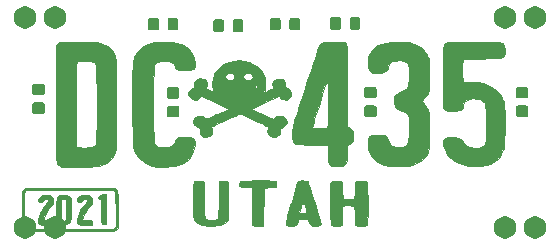
<source format=gbr>
G04 #@! TF.GenerationSoftware,KiCad,Pcbnew,(5.1.5-0-10_14)*
G04 #@! TF.CreationDate,2021-09-19T20:31:28-06:00*
G04 #@! TF.ProjectId,2021DC435,32303231-4443-4343-9335-2e6b69636164,rev?*
G04 #@! TF.SameCoordinates,Original*
G04 #@! TF.FileFunction,Soldermask,Bot*
G04 #@! TF.FilePolarity,Negative*
%FSLAX46Y46*%
G04 Gerber Fmt 4.6, Leading zero omitted, Abs format (unit mm)*
G04 Created by KiCad (PCBNEW (5.1.5-0-10_14)) date 2021-09-19 20:31:28*
%MOMM*%
%LPD*%
G04 APERTURE LIST*
%ADD10C,0.010000*%
%ADD11C,0.100000*%
G04 APERTURE END LIST*
D10*
G36*
X109443411Y-96326278D02*
G01*
X109592507Y-96394554D01*
X109695573Y-96506315D01*
X109751413Y-96622094D01*
X109791598Y-96800198D01*
X109764047Y-96965112D01*
X109662748Y-97137362D01*
X109567889Y-97248658D01*
X109329220Y-97536000D01*
X109153821Y-97821290D01*
X109052407Y-98049673D01*
X108984874Y-98231236D01*
X108958567Y-98347521D01*
X108984512Y-98413070D01*
X109073737Y-98442425D01*
X109237270Y-98450131D01*
X109356278Y-98450409D01*
X109553702Y-98455526D01*
X109701709Y-98469465D01*
X109780047Y-98490113D01*
X109785865Y-98495265D01*
X109798706Y-98564024D01*
X109788901Y-98672590D01*
X109786121Y-98686676D01*
X109755305Y-98833231D01*
X109164589Y-98826845D01*
X108919714Y-98823681D01*
X108752639Y-98818460D01*
X108646747Y-98808206D01*
X108585421Y-98789942D01*
X108552043Y-98760694D01*
X108529996Y-98717485D01*
X108528014Y-98712845D01*
X108504527Y-98576568D01*
X108517694Y-98385362D01*
X108562697Y-98159985D01*
X108634717Y-97921194D01*
X108728935Y-97689743D01*
X108795543Y-97560512D01*
X108884041Y-97426895D01*
X109009100Y-97265000D01*
X109144132Y-97109184D01*
X109148247Y-97104760D01*
X109281940Y-96950556D01*
X109350667Y-96842125D01*
X109360508Y-96769751D01*
X109359624Y-96767075D01*
X109291237Y-96685414D01*
X109183418Y-96660357D01*
X109063905Y-96689297D01*
X108960436Y-96769625D01*
X108934494Y-96807042D01*
X108859541Y-96892790D01*
X108749550Y-96917288D01*
X108721753Y-96916867D01*
X108588865Y-96890928D01*
X108526015Y-96818763D01*
X108526455Y-96690484D01*
X108536438Y-96645385D01*
X108613482Y-96489373D01*
X108743930Y-96367593D01*
X108902008Y-96301865D01*
X108948593Y-96296437D01*
X109233650Y-96295551D01*
X109443411Y-96326278D01*
G37*
X109443411Y-96326278D02*
X109592507Y-96394554D01*
X109695573Y-96506315D01*
X109751413Y-96622094D01*
X109791598Y-96800198D01*
X109764047Y-96965112D01*
X109662748Y-97137362D01*
X109567889Y-97248658D01*
X109329220Y-97536000D01*
X109153821Y-97821290D01*
X109052407Y-98049673D01*
X108984874Y-98231236D01*
X108958567Y-98347521D01*
X108984512Y-98413070D01*
X109073737Y-98442425D01*
X109237270Y-98450131D01*
X109356278Y-98450409D01*
X109553702Y-98455526D01*
X109701709Y-98469465D01*
X109780047Y-98490113D01*
X109785865Y-98495265D01*
X109798706Y-98564024D01*
X109788901Y-98672590D01*
X109786121Y-98686676D01*
X109755305Y-98833231D01*
X109164589Y-98826845D01*
X108919714Y-98823681D01*
X108752639Y-98818460D01*
X108646747Y-98808206D01*
X108585421Y-98789942D01*
X108552043Y-98760694D01*
X108529996Y-98717485D01*
X108528014Y-98712845D01*
X108504527Y-98576568D01*
X108517694Y-98385362D01*
X108562697Y-98159985D01*
X108634717Y-97921194D01*
X108728935Y-97689743D01*
X108795543Y-97560512D01*
X108884041Y-97426895D01*
X109009100Y-97265000D01*
X109144132Y-97109184D01*
X109148247Y-97104760D01*
X109281940Y-96950556D01*
X109350667Y-96842125D01*
X109360508Y-96769751D01*
X109359624Y-96767075D01*
X109291237Y-96685414D01*
X109183418Y-96660357D01*
X109063905Y-96689297D01*
X108960436Y-96769625D01*
X108934494Y-96807042D01*
X108859541Y-96892790D01*
X108749550Y-96917288D01*
X108721753Y-96916867D01*
X108588865Y-96890928D01*
X108526015Y-96818763D01*
X108526455Y-96690484D01*
X108536438Y-96645385D01*
X108613482Y-96489373D01*
X108743930Y-96367593D01*
X108902008Y-96301865D01*
X108948593Y-96296437D01*
X109233650Y-96295551D01*
X109443411Y-96326278D01*
G36*
X108631180Y-95710263D02*
G01*
X109280203Y-95711449D01*
X109842532Y-95713486D01*
X110322033Y-95716422D01*
X110722567Y-95720308D01*
X111047999Y-95725193D01*
X111302192Y-95731125D01*
X111489010Y-95738154D01*
X111612315Y-95746329D01*
X111675973Y-95755699D01*
X111682919Y-95758186D01*
X111749820Y-95790476D01*
X111804509Y-95822757D01*
X111848226Y-95863315D01*
X111882209Y-95920437D01*
X111907697Y-96002408D01*
X111925928Y-96117515D01*
X111938142Y-96274045D01*
X111945577Y-96480284D01*
X111949472Y-96744517D01*
X111951065Y-97075032D01*
X111951595Y-97480115D01*
X111951668Y-97555988D01*
X111953238Y-99128299D01*
X111677230Y-99374555D01*
X104108800Y-99374555D01*
X103832792Y-99128299D01*
X103832792Y-97589562D01*
X103832919Y-97548798D01*
X104021640Y-97548798D01*
X104021640Y-98999280D01*
X104137524Y-99102672D01*
X104253407Y-99206064D01*
X111545852Y-99206064D01*
X111655121Y-99114476D01*
X111764391Y-99022888D01*
X111764391Y-97560602D01*
X111764133Y-97169591D01*
X111763021Y-96854004D01*
X111760545Y-96605021D01*
X111756195Y-96413821D01*
X111749460Y-96271583D01*
X111739832Y-96169488D01*
X111726801Y-96098714D01*
X111709857Y-96050441D01*
X111688490Y-96015849D01*
X111674138Y-95998874D01*
X111583886Y-95899431D01*
X104202145Y-95899431D01*
X104111892Y-95998874D01*
X104087687Y-96029738D01*
X104068232Y-96069288D01*
X104053011Y-96126384D01*
X104041508Y-96209887D01*
X104033206Y-96328659D01*
X104027591Y-96491559D01*
X104024146Y-96707451D01*
X104022354Y-96985194D01*
X104021701Y-97333649D01*
X104021640Y-97548798D01*
X103832919Y-97548798D01*
X103834282Y-97113024D01*
X103838734Y-96716511D01*
X103846120Y-96400875D01*
X103856416Y-96166968D01*
X103869593Y-96015642D01*
X103884027Y-95950497D01*
X103961881Y-95856671D01*
X104068356Y-95780024D01*
X104099155Y-95767069D01*
X104143254Y-95755799D01*
X104206971Y-95746099D01*
X104296624Y-95737854D01*
X104418532Y-95730947D01*
X104579012Y-95725262D01*
X104784384Y-95720684D01*
X105040966Y-95717097D01*
X105355076Y-95714384D01*
X105733032Y-95712429D01*
X106181152Y-95711118D01*
X106705755Y-95710333D01*
X107313160Y-95709960D01*
X107891601Y-95709879D01*
X108631180Y-95710263D01*
G37*
X108631180Y-95710263D02*
X109280203Y-95711449D01*
X109842532Y-95713486D01*
X110322033Y-95716422D01*
X110722567Y-95720308D01*
X111047999Y-95725193D01*
X111302192Y-95731125D01*
X111489010Y-95738154D01*
X111612315Y-95746329D01*
X111675973Y-95755699D01*
X111682919Y-95758186D01*
X111749820Y-95790476D01*
X111804509Y-95822757D01*
X111848226Y-95863315D01*
X111882209Y-95920437D01*
X111907697Y-96002408D01*
X111925928Y-96117515D01*
X111938142Y-96274045D01*
X111945577Y-96480284D01*
X111949472Y-96744517D01*
X111951065Y-97075032D01*
X111951595Y-97480115D01*
X111951668Y-97555988D01*
X111953238Y-99128299D01*
X111677230Y-99374555D01*
X104108800Y-99374555D01*
X103832792Y-99128299D01*
X103832792Y-97589562D01*
X103832919Y-97548798D01*
X104021640Y-97548798D01*
X104021640Y-98999280D01*
X104137524Y-99102672D01*
X104253407Y-99206064D01*
X111545852Y-99206064D01*
X111655121Y-99114476D01*
X111764391Y-99022888D01*
X111764391Y-97560602D01*
X111764133Y-97169591D01*
X111763021Y-96854004D01*
X111760545Y-96605021D01*
X111756195Y-96413821D01*
X111749460Y-96271583D01*
X111739832Y-96169488D01*
X111726801Y-96098714D01*
X111709857Y-96050441D01*
X111688490Y-96015849D01*
X111674138Y-95998874D01*
X111583886Y-95899431D01*
X104202145Y-95899431D01*
X104111892Y-95998874D01*
X104087687Y-96029738D01*
X104068232Y-96069288D01*
X104053011Y-96126384D01*
X104041508Y-96209887D01*
X104033206Y-96328659D01*
X104027591Y-96491559D01*
X104024146Y-96707451D01*
X104022354Y-96985194D01*
X104021701Y-97333649D01*
X104021640Y-97548798D01*
X103832919Y-97548798D01*
X103834282Y-97113024D01*
X103838734Y-96716511D01*
X103846120Y-96400875D01*
X103856416Y-96166968D01*
X103869593Y-96015642D01*
X103884027Y-95950497D01*
X103961881Y-95856671D01*
X104068356Y-95780024D01*
X104099155Y-95767069D01*
X104143254Y-95755799D01*
X104206971Y-95746099D01*
X104296624Y-95737854D01*
X104418532Y-95730947D01*
X104579012Y-95725262D01*
X104784384Y-95720684D01*
X105040966Y-95717097D01*
X105355076Y-95714384D01*
X105733032Y-95712429D01*
X106181152Y-95711118D01*
X106705755Y-95710333D01*
X107313160Y-95709960D01*
X107891601Y-95709879D01*
X108631180Y-95710263D01*
G36*
X121152651Y-95093947D02*
G01*
X121210356Y-95120475D01*
X121253583Y-95173520D01*
X121284405Y-95260640D01*
X121304894Y-95389392D01*
X121317124Y-95567336D01*
X121323167Y-95802028D01*
X121325096Y-96101027D01*
X121324985Y-96471890D01*
X121324800Y-96749062D01*
X121324449Y-97156256D01*
X121323114Y-97487872D01*
X121320371Y-97752572D01*
X121315795Y-97959023D01*
X121308961Y-98115888D01*
X121299447Y-98231832D01*
X121286826Y-98315519D01*
X121270675Y-98375615D01*
X121250570Y-98420784D01*
X121242229Y-98435147D01*
X121078641Y-98616593D01*
X120837472Y-98760452D01*
X120596249Y-98843966D01*
X120397004Y-98878751D01*
X120136007Y-98900177D01*
X119844775Y-98908037D01*
X119554822Y-98902121D01*
X119297663Y-98882219D01*
X119126587Y-98853716D01*
X118817478Y-98750516D01*
X118589238Y-98607529D01*
X118437568Y-98421341D01*
X118372433Y-98255043D01*
X118362593Y-98174143D01*
X118354162Y-98020177D01*
X118347366Y-97804316D01*
X118342428Y-97537734D01*
X118339574Y-97231601D01*
X118339028Y-96897092D01*
X118340159Y-96649197D01*
X118343867Y-96240696D01*
X118348797Y-95909401D01*
X118355285Y-95648280D01*
X118363668Y-95450298D01*
X118374282Y-95308419D01*
X118387467Y-95215611D01*
X118403557Y-95164839D01*
X118411826Y-95153841D01*
X118500519Y-95120858D01*
X118668359Y-95102391D01*
X118805130Y-95099099D01*
X118989824Y-95103207D01*
X119104642Y-95118844D01*
X119173849Y-95150985D01*
X119204070Y-95180865D01*
X119222493Y-95216810D01*
X119237357Y-95280381D01*
X119249004Y-95379553D01*
X119257782Y-95522304D01*
X119264033Y-95716610D01*
X119268102Y-95970449D01*
X119270336Y-96291796D01*
X119271077Y-96688629D01*
X119271082Y-96731644D01*
X119272405Y-97122721D01*
X119276229Y-97469157D01*
X119282333Y-97763630D01*
X119290501Y-97998816D01*
X119300511Y-98167391D01*
X119312147Y-98262034D01*
X119317298Y-98277703D01*
X119419874Y-98368554D01*
X119581031Y-98424069D01*
X119777214Y-98445954D01*
X119984871Y-98435916D01*
X120180447Y-98395661D01*
X120340390Y-98326896D01*
X120441147Y-98231328D01*
X120457116Y-98195119D01*
X120464798Y-98129153D01*
X120472090Y-97989458D01*
X120478748Y-97786551D01*
X120484523Y-97530947D01*
X120489169Y-97233163D01*
X120492439Y-96903715D01*
X120493885Y-96628534D01*
X120496725Y-96185914D01*
X120502111Y-95818766D01*
X120509980Y-95528852D01*
X120520269Y-95317936D01*
X120532915Y-95187780D01*
X120547279Y-95140408D01*
X120618178Y-95123312D01*
X120750805Y-95107034D01*
X120871937Y-95097887D01*
X120985514Y-95090211D01*
X121078395Y-95086379D01*
X121152651Y-95093947D01*
G37*
X121152651Y-95093947D02*
X121210356Y-95120475D01*
X121253583Y-95173520D01*
X121284405Y-95260640D01*
X121304894Y-95389392D01*
X121317124Y-95567336D01*
X121323167Y-95802028D01*
X121325096Y-96101027D01*
X121324985Y-96471890D01*
X121324800Y-96749062D01*
X121324449Y-97156256D01*
X121323114Y-97487872D01*
X121320371Y-97752572D01*
X121315795Y-97959023D01*
X121308961Y-98115888D01*
X121299447Y-98231832D01*
X121286826Y-98315519D01*
X121270675Y-98375615D01*
X121250570Y-98420784D01*
X121242229Y-98435147D01*
X121078641Y-98616593D01*
X120837472Y-98760452D01*
X120596249Y-98843966D01*
X120397004Y-98878751D01*
X120136007Y-98900177D01*
X119844775Y-98908037D01*
X119554822Y-98902121D01*
X119297663Y-98882219D01*
X119126587Y-98853716D01*
X118817478Y-98750516D01*
X118589238Y-98607529D01*
X118437568Y-98421341D01*
X118372433Y-98255043D01*
X118362593Y-98174143D01*
X118354162Y-98020177D01*
X118347366Y-97804316D01*
X118342428Y-97537734D01*
X118339574Y-97231601D01*
X118339028Y-96897092D01*
X118340159Y-96649197D01*
X118343867Y-96240696D01*
X118348797Y-95909401D01*
X118355285Y-95648280D01*
X118363668Y-95450298D01*
X118374282Y-95308419D01*
X118387467Y-95215611D01*
X118403557Y-95164839D01*
X118411826Y-95153841D01*
X118500519Y-95120858D01*
X118668359Y-95102391D01*
X118805130Y-95099099D01*
X118989824Y-95103207D01*
X119104642Y-95118844D01*
X119173849Y-95150985D01*
X119204070Y-95180865D01*
X119222493Y-95216810D01*
X119237357Y-95280381D01*
X119249004Y-95379553D01*
X119257782Y-95522304D01*
X119264033Y-95716610D01*
X119268102Y-95970449D01*
X119270336Y-96291796D01*
X119271077Y-96688629D01*
X119271082Y-96731644D01*
X119272405Y-97122721D01*
X119276229Y-97469157D01*
X119282333Y-97763630D01*
X119290501Y-97998816D01*
X119300511Y-98167391D01*
X119312147Y-98262034D01*
X119317298Y-98277703D01*
X119419874Y-98368554D01*
X119581031Y-98424069D01*
X119777214Y-98445954D01*
X119984871Y-98435916D01*
X120180447Y-98395661D01*
X120340390Y-98326896D01*
X120441147Y-98231328D01*
X120457116Y-98195119D01*
X120464798Y-98129153D01*
X120472090Y-97989458D01*
X120478748Y-97786551D01*
X120484523Y-97530947D01*
X120489169Y-97233163D01*
X120492439Y-96903715D01*
X120493885Y-96628534D01*
X120496725Y-96185914D01*
X120502111Y-95818766D01*
X120509980Y-95528852D01*
X120520269Y-95317936D01*
X120532915Y-95187780D01*
X120547279Y-95140408D01*
X120618178Y-95123312D01*
X120750805Y-95107034D01*
X120871937Y-95097887D01*
X120985514Y-95090211D01*
X121078395Y-95086379D01*
X121152651Y-95093947D01*
G36*
X124392350Y-95083160D02*
G01*
X124676355Y-95085580D01*
X124916590Y-95089639D01*
X125097702Y-95095399D01*
X125204335Y-95102919D01*
X125213880Y-95104365D01*
X125296256Y-95123121D01*
X125340309Y-95156560D01*
X125358029Y-95226933D01*
X125361406Y-95356489D01*
X125361417Y-95378162D01*
X125359584Y-95511020D01*
X125354833Y-95602958D01*
X125349614Y-95630992D01*
X125300675Y-95635381D01*
X125177047Y-95643174D01*
X124998327Y-95653206D01*
X124818480Y-95662584D01*
X124299149Y-95688817D01*
X124274421Y-98911205D01*
X123834338Y-98911205D01*
X123639024Y-98908370D01*
X123480886Y-98900766D01*
X123382644Y-98889746D01*
X123362780Y-98883124D01*
X123355715Y-98836069D01*
X123349203Y-98714155D01*
X123343427Y-98526766D01*
X123338568Y-98283287D01*
X123334810Y-97993104D01*
X123332333Y-97665601D01*
X123331320Y-97310163D01*
X123331305Y-97261399D01*
X123331305Y-95667756D01*
X122909472Y-95667756D01*
X122703708Y-95663127D01*
X122521033Y-95650787D01*
X122391675Y-95633062D01*
X122364060Y-95625836D01*
X122291919Y-95593927D01*
X122257537Y-95545345D01*
X122250248Y-95454562D01*
X122254760Y-95364281D01*
X122268761Y-95232482D01*
X122297204Y-95160862D01*
X122352883Y-95125365D01*
X122387067Y-95115541D01*
X122468489Y-95107029D01*
X122628973Y-95099672D01*
X122853164Y-95093530D01*
X123125709Y-95088662D01*
X123431255Y-95085131D01*
X123754446Y-95082996D01*
X124079929Y-95082319D01*
X124392350Y-95083160D01*
G37*
X124392350Y-95083160D02*
X124676355Y-95085580D01*
X124916590Y-95089639D01*
X125097702Y-95095399D01*
X125204335Y-95102919D01*
X125213880Y-95104365D01*
X125296256Y-95123121D01*
X125340309Y-95156560D01*
X125358029Y-95226933D01*
X125361406Y-95356489D01*
X125361417Y-95378162D01*
X125359584Y-95511020D01*
X125354833Y-95602958D01*
X125349614Y-95630992D01*
X125300675Y-95635381D01*
X125177047Y-95643174D01*
X124998327Y-95653206D01*
X124818480Y-95662584D01*
X124299149Y-95688817D01*
X124274421Y-98911205D01*
X123834338Y-98911205D01*
X123639024Y-98908370D01*
X123480886Y-98900766D01*
X123382644Y-98889746D01*
X123362780Y-98883124D01*
X123355715Y-98836069D01*
X123349203Y-98714155D01*
X123343427Y-98526766D01*
X123338568Y-98283287D01*
X123334810Y-97993104D01*
X123332333Y-97665601D01*
X123331320Y-97310163D01*
X123331305Y-97261399D01*
X123331305Y-95667756D01*
X122909472Y-95667756D01*
X122703708Y-95663127D01*
X122521033Y-95650787D01*
X122391675Y-95633062D01*
X122364060Y-95625836D01*
X122291919Y-95593927D01*
X122257537Y-95545345D01*
X122250248Y-95454562D01*
X122254760Y-95364281D01*
X122268761Y-95232482D01*
X122297204Y-95160862D01*
X122352883Y-95125365D01*
X122387067Y-95115541D01*
X122468489Y-95107029D01*
X122628973Y-95099672D01*
X122853164Y-95093530D01*
X123125709Y-95088662D01*
X123431255Y-95085131D01*
X123754446Y-95082996D01*
X124079929Y-95082319D01*
X124392350Y-95083160D01*
G36*
X127744175Y-95089948D02*
G01*
X127911585Y-95118528D01*
X128024281Y-95162547D01*
X128035693Y-95171363D01*
X128057310Y-95219351D01*
X128099942Y-95338544D01*
X128160436Y-95518710D01*
X128235638Y-95749615D01*
X128322395Y-96021025D01*
X128417553Y-96322707D01*
X128517960Y-96644428D01*
X128620461Y-96975954D01*
X128721903Y-97307053D01*
X128819132Y-97627489D01*
X128908996Y-97927032D01*
X128988340Y-98195445D01*
X129054012Y-98422498D01*
X129102858Y-98597955D01*
X129131724Y-98711584D01*
X129138369Y-98749704D01*
X129108692Y-98799435D01*
X129064178Y-98845013D01*
X128986852Y-98883636D01*
X128851336Y-98904781D01*
X128640360Y-98911205D01*
X128428415Y-98903168D01*
X128289780Y-98869949D01*
X128204228Y-98797887D01*
X128151531Y-98673322D01*
X128126580Y-98564205D01*
X128084782Y-98444716D01*
X128004558Y-98370497D01*
X127868098Y-98332453D01*
X127657593Y-98321493D01*
X127651194Y-98321487D01*
X127438599Y-98331884D01*
X127300496Y-98369135D01*
X127219076Y-98442334D01*
X127176531Y-98560574D01*
X127175807Y-98564205D01*
X127134610Y-98725182D01*
X127074301Y-98827392D01*
X126975045Y-98883789D01*
X126817011Y-98907325D01*
X126644492Y-98911205D01*
X126437705Y-98904516D01*
X126289232Y-98885937D01*
X126220673Y-98860658D01*
X126172139Y-98777399D01*
X126164019Y-98727851D01*
X126175542Y-98668742D01*
X126208089Y-98538777D01*
X126258624Y-98348564D01*
X126324114Y-98108709D01*
X126401522Y-97829823D01*
X126405399Y-97816015D01*
X127331164Y-97816015D01*
X127621012Y-97816015D01*
X127780464Y-97813669D01*
X127867364Y-97801695D01*
X127903549Y-97772689D01*
X127910858Y-97719245D01*
X127910859Y-97717733D01*
X127899139Y-97586707D01*
X127868886Y-97432052D01*
X127827465Y-97280759D01*
X127782240Y-97159817D01*
X127741455Y-97096846D01*
X127649066Y-97070683D01*
X127584111Y-97077809D01*
X127499034Y-97144514D01*
X127429261Y-97292584D01*
X127374456Y-97522827D01*
X127359746Y-97615932D01*
X127331164Y-97816015D01*
X126405399Y-97816015D01*
X126487816Y-97522512D01*
X126579960Y-97197386D01*
X126674919Y-96865052D01*
X126769660Y-96536118D01*
X126861146Y-96221194D01*
X126946344Y-95930886D01*
X127022220Y-95675803D01*
X127085737Y-95466554D01*
X127133863Y-95313746D01*
X127163561Y-95227989D01*
X127168306Y-95217151D01*
X127262141Y-95130778D01*
X127378093Y-95094618D01*
X127555271Y-95080686D01*
X127744175Y-95089948D01*
G37*
X127744175Y-95089948D02*
X127911585Y-95118528D01*
X128024281Y-95162547D01*
X128035693Y-95171363D01*
X128057310Y-95219351D01*
X128099942Y-95338544D01*
X128160436Y-95518710D01*
X128235638Y-95749615D01*
X128322395Y-96021025D01*
X128417553Y-96322707D01*
X128517960Y-96644428D01*
X128620461Y-96975954D01*
X128721903Y-97307053D01*
X128819132Y-97627489D01*
X128908996Y-97927032D01*
X128988340Y-98195445D01*
X129054012Y-98422498D01*
X129102858Y-98597955D01*
X129131724Y-98711584D01*
X129138369Y-98749704D01*
X129108692Y-98799435D01*
X129064178Y-98845013D01*
X128986852Y-98883636D01*
X128851336Y-98904781D01*
X128640360Y-98911205D01*
X128428415Y-98903168D01*
X128289780Y-98869949D01*
X128204228Y-98797887D01*
X128151531Y-98673322D01*
X128126580Y-98564205D01*
X128084782Y-98444716D01*
X128004558Y-98370497D01*
X127868098Y-98332453D01*
X127657593Y-98321493D01*
X127651194Y-98321487D01*
X127438599Y-98331884D01*
X127300496Y-98369135D01*
X127219076Y-98442334D01*
X127176531Y-98560574D01*
X127175807Y-98564205D01*
X127134610Y-98725182D01*
X127074301Y-98827392D01*
X126975045Y-98883789D01*
X126817011Y-98907325D01*
X126644492Y-98911205D01*
X126437705Y-98904516D01*
X126289232Y-98885937D01*
X126220673Y-98860658D01*
X126172139Y-98777399D01*
X126164019Y-98727851D01*
X126175542Y-98668742D01*
X126208089Y-98538777D01*
X126258624Y-98348564D01*
X126324114Y-98108709D01*
X126401522Y-97829823D01*
X126405399Y-97816015D01*
X127331164Y-97816015D01*
X127621012Y-97816015D01*
X127780464Y-97813669D01*
X127867364Y-97801695D01*
X127903549Y-97772689D01*
X127910858Y-97719245D01*
X127910859Y-97717733D01*
X127899139Y-97586707D01*
X127868886Y-97432052D01*
X127827465Y-97280759D01*
X127782240Y-97159817D01*
X127741455Y-97096846D01*
X127649066Y-97070683D01*
X127584111Y-97077809D01*
X127499034Y-97144514D01*
X127429261Y-97292584D01*
X127374456Y-97522827D01*
X127359746Y-97615932D01*
X127331164Y-97816015D01*
X126405399Y-97816015D01*
X126487816Y-97522512D01*
X126579960Y-97197386D01*
X126674919Y-96865052D01*
X126769660Y-96536118D01*
X126861146Y-96221194D01*
X126946344Y-95930886D01*
X127022220Y-95675803D01*
X127085737Y-95466554D01*
X127133863Y-95313746D01*
X127163561Y-95227989D01*
X127168306Y-95217151D01*
X127262141Y-95130778D01*
X127378093Y-95094618D01*
X127555271Y-95080686D01*
X127744175Y-95089948D01*
G36*
X130656034Y-95088529D02*
G01*
X130782264Y-95101592D01*
X130870481Y-95137517D01*
X130927493Y-95207383D01*
X130960113Y-95322269D01*
X130975149Y-95493254D01*
X130979412Y-95731418D01*
X130979632Y-95891977D01*
X130982558Y-96187513D01*
X130991594Y-96403996D01*
X131007128Y-96546464D01*
X131029547Y-96619956D01*
X131036287Y-96628154D01*
X131107240Y-96650591D01*
X131244810Y-96666802D01*
X131421405Y-96676281D01*
X131609437Y-96678522D01*
X131781314Y-96673019D01*
X131909448Y-96659269D01*
X131957376Y-96645028D01*
X131981105Y-96600694D01*
X131998846Y-96494061D01*
X132011130Y-96318917D01*
X132018489Y-96069056D01*
X132020550Y-95907065D01*
X132023663Y-95623544D01*
X132032544Y-95413468D01*
X132054854Y-95266053D01*
X132098253Y-95170515D01*
X132170403Y-95116070D01*
X132278963Y-95091935D01*
X132431595Y-95087325D01*
X132600498Y-95090676D01*
X132797147Y-95098758D01*
X132921892Y-95115155D01*
X132997164Y-95144499D01*
X133037208Y-95180865D01*
X133053661Y-95242123D01*
X133068084Y-95376088D01*
X133080449Y-95571999D01*
X133090723Y-95819095D01*
X133098878Y-96106614D01*
X133104883Y-96423797D01*
X133108707Y-96759881D01*
X133110322Y-97104106D01*
X133109696Y-97445711D01*
X133106800Y-97773935D01*
X133101603Y-98078016D01*
X133094075Y-98347194D01*
X133084187Y-98570708D01*
X133071907Y-98737797D01*
X133057206Y-98837699D01*
X133047514Y-98860658D01*
X132972970Y-98886322D01*
X132833941Y-98903356D01*
X132656469Y-98911817D01*
X132466595Y-98911763D01*
X132290359Y-98903249D01*
X132153803Y-98886333D01*
X132082967Y-98861072D01*
X132080818Y-98858552D01*
X132062885Y-98832998D01*
X132049731Y-98805928D01*
X132040484Y-98764827D01*
X132034269Y-98697183D01*
X132030213Y-98590481D01*
X132027443Y-98432208D01*
X132025085Y-98209852D01*
X132023473Y-98037159D01*
X132018724Y-97798238D01*
X132009802Y-97586278D01*
X131997726Y-97416724D01*
X131983519Y-97305025D01*
X131972722Y-97269344D01*
X131902595Y-97234174D01*
X131766071Y-97207861D01*
X131590818Y-97191934D01*
X131404503Y-97187920D01*
X131234797Y-97197344D01*
X131109465Y-97221701D01*
X130979632Y-97266334D01*
X130979632Y-98038223D01*
X130977236Y-98349146D01*
X130969784Y-98581620D01*
X130956886Y-98741336D01*
X130938149Y-98833987D01*
X130922978Y-98860658D01*
X130848910Y-98885108D01*
X130709262Y-98901522D01*
X130532479Y-98909599D01*
X130347005Y-98909041D01*
X130181286Y-98899548D01*
X130063766Y-98880820D01*
X130035395Y-98870001D01*
X130017380Y-98850146D01*
X130002390Y-98807752D01*
X129990061Y-98735346D01*
X129980026Y-98625458D01*
X129971921Y-98470617D01*
X129965380Y-98263350D01*
X129960038Y-97996188D01*
X129955530Y-97661659D01*
X129951490Y-97252292D01*
X129950475Y-97133084D01*
X129948035Y-96757995D01*
X129947033Y-96405181D01*
X129947402Y-96084460D01*
X129949074Y-95805648D01*
X129951982Y-95578563D01*
X129956058Y-95413023D01*
X129961235Y-95318846D01*
X129963063Y-95305624D01*
X130008309Y-95201356D01*
X130102617Y-95134240D01*
X130260476Y-95098212D01*
X130484980Y-95087247D01*
X130656034Y-95088529D01*
G37*
X130656034Y-95088529D02*
X130782264Y-95101592D01*
X130870481Y-95137517D01*
X130927493Y-95207383D01*
X130960113Y-95322269D01*
X130975149Y-95493254D01*
X130979412Y-95731418D01*
X130979632Y-95891977D01*
X130982558Y-96187513D01*
X130991594Y-96403996D01*
X131007128Y-96546464D01*
X131029547Y-96619956D01*
X131036287Y-96628154D01*
X131107240Y-96650591D01*
X131244810Y-96666802D01*
X131421405Y-96676281D01*
X131609437Y-96678522D01*
X131781314Y-96673019D01*
X131909448Y-96659269D01*
X131957376Y-96645028D01*
X131981105Y-96600694D01*
X131998846Y-96494061D01*
X132011130Y-96318917D01*
X132018489Y-96069056D01*
X132020550Y-95907065D01*
X132023663Y-95623544D01*
X132032544Y-95413468D01*
X132054854Y-95266053D01*
X132098253Y-95170515D01*
X132170403Y-95116070D01*
X132278963Y-95091935D01*
X132431595Y-95087325D01*
X132600498Y-95090676D01*
X132797147Y-95098758D01*
X132921892Y-95115155D01*
X132997164Y-95144499D01*
X133037208Y-95180865D01*
X133053661Y-95242123D01*
X133068084Y-95376088D01*
X133080449Y-95571999D01*
X133090723Y-95819095D01*
X133098878Y-96106614D01*
X133104883Y-96423797D01*
X133108707Y-96759881D01*
X133110322Y-97104106D01*
X133109696Y-97445711D01*
X133106800Y-97773935D01*
X133101603Y-98078016D01*
X133094075Y-98347194D01*
X133084187Y-98570708D01*
X133071907Y-98737797D01*
X133057206Y-98837699D01*
X133047514Y-98860658D01*
X132972970Y-98886322D01*
X132833941Y-98903356D01*
X132656469Y-98911817D01*
X132466595Y-98911763D01*
X132290359Y-98903249D01*
X132153803Y-98886333D01*
X132082967Y-98861072D01*
X132080818Y-98858552D01*
X132062885Y-98832998D01*
X132049731Y-98805928D01*
X132040484Y-98764827D01*
X132034269Y-98697183D01*
X132030213Y-98590481D01*
X132027443Y-98432208D01*
X132025085Y-98209852D01*
X132023473Y-98037159D01*
X132018724Y-97798238D01*
X132009802Y-97586278D01*
X131997726Y-97416724D01*
X131983519Y-97305025D01*
X131972722Y-97269344D01*
X131902595Y-97234174D01*
X131766071Y-97207861D01*
X131590818Y-97191934D01*
X131404503Y-97187920D01*
X131234797Y-97197344D01*
X131109465Y-97221701D01*
X130979632Y-97266334D01*
X130979632Y-98038223D01*
X130977236Y-98349146D01*
X130969784Y-98581620D01*
X130956886Y-98741336D01*
X130938149Y-98833987D01*
X130922978Y-98860658D01*
X130848910Y-98885108D01*
X130709262Y-98901522D01*
X130532479Y-98909599D01*
X130347005Y-98909041D01*
X130181286Y-98899548D01*
X130063766Y-98880820D01*
X130035395Y-98870001D01*
X130017380Y-98850146D01*
X130002390Y-98807752D01*
X129990061Y-98735346D01*
X129980026Y-98625458D01*
X129971921Y-98470617D01*
X129965380Y-98263350D01*
X129960038Y-97996188D01*
X129955530Y-97661659D01*
X129951490Y-97252292D01*
X129950475Y-97133084D01*
X129948035Y-96757995D01*
X129947033Y-96405181D01*
X129947402Y-96084460D01*
X129949074Y-95805648D01*
X129951982Y-95578563D01*
X129956058Y-95413023D01*
X129961235Y-95318846D01*
X129963063Y-95305624D01*
X130008309Y-95201356D01*
X130102617Y-95134240D01*
X130260476Y-95098212D01*
X130484980Y-95087247D01*
X130656034Y-95088529D01*
G36*
X108991813Y-83347108D02*
G01*
X109339165Y-83348231D01*
X109615311Y-83350805D01*
X109831860Y-83355402D01*
X110000419Y-83362596D01*
X110132597Y-83372959D01*
X110240003Y-83387067D01*
X110334246Y-83405491D01*
X110426933Y-83428805D01*
X110471812Y-83441208D01*
X110874959Y-83592650D01*
X111212291Y-83800766D01*
X111479584Y-84062135D01*
X111672613Y-84373332D01*
X111699965Y-84436386D01*
X111715024Y-84476829D01*
X111728298Y-84523143D01*
X111739917Y-84580696D01*
X111750013Y-84654856D01*
X111758715Y-84750991D01*
X111766154Y-84874471D01*
X111772462Y-85030663D01*
X111777769Y-85224935D01*
X111782205Y-85462656D01*
X111785901Y-85749195D01*
X111788988Y-86089919D01*
X111791596Y-86490197D01*
X111793857Y-86955398D01*
X111795900Y-87490889D01*
X111797857Y-88102039D01*
X111799043Y-88506894D01*
X111800762Y-89195208D01*
X111801697Y-89804017D01*
X111801788Y-90338054D01*
X111800978Y-90802058D01*
X111799205Y-91200763D01*
X111796412Y-91538907D01*
X111792539Y-91821225D01*
X111787527Y-92052453D01*
X111781316Y-92237329D01*
X111773848Y-92380587D01*
X111765063Y-92486965D01*
X111754902Y-92561198D01*
X111747982Y-92592797D01*
X111607246Y-92955542D01*
X111394408Y-93263990D01*
X111110120Y-93517549D01*
X110755036Y-93715624D01*
X110371640Y-93846967D01*
X110270474Y-93866670D01*
X110124991Y-93883046D01*
X109926015Y-93896532D01*
X109664372Y-93907567D01*
X109330887Y-93916588D01*
X108916385Y-93924036D01*
X108695618Y-93927058D01*
X108284930Y-93931902D01*
X107957625Y-93934636D01*
X107702681Y-93934864D01*
X107509076Y-93932187D01*
X107365788Y-93926210D01*
X107261797Y-93916534D01*
X107186080Y-93902763D01*
X107127615Y-93884500D01*
X107092019Y-93869280D01*
X106956634Y-93779435D01*
X106842371Y-93660431D01*
X106832354Y-93645865D01*
X106817616Y-93621948D01*
X106804453Y-93594846D01*
X106792762Y-93559869D01*
X106782442Y-93512327D01*
X106773388Y-93447531D01*
X106765499Y-93360792D01*
X106758672Y-93247419D01*
X106752804Y-93102722D01*
X106747793Y-92922013D01*
X106743536Y-92700601D01*
X106739931Y-92433796D01*
X106736874Y-92116909D01*
X106734263Y-91745251D01*
X106731996Y-91314131D01*
X106729970Y-90818859D01*
X106728082Y-90254747D01*
X106726230Y-89617104D01*
X106725403Y-89308438D01*
X108413031Y-89308438D01*
X108413344Y-89855122D01*
X108414100Y-90328357D01*
X108415416Y-90733541D01*
X108417411Y-91076073D01*
X108420205Y-91361350D01*
X108423915Y-91594771D01*
X108428661Y-91781734D01*
X108434560Y-91927637D01*
X108441731Y-92037878D01*
X108450294Y-92117856D01*
X108460365Y-92172968D01*
X108472065Y-92208612D01*
X108485511Y-92230188D01*
X108491074Y-92235794D01*
X108578277Y-92269092D01*
X108736173Y-92290316D01*
X108942102Y-92300046D01*
X109173404Y-92298863D01*
X109407419Y-92287347D01*
X109621488Y-92266078D01*
X109792950Y-92235635D01*
X109893823Y-92199886D01*
X109941633Y-92171948D01*
X109983328Y-92144054D01*
X110019326Y-92110575D01*
X110050042Y-92065880D01*
X110075892Y-92004339D01*
X110097293Y-91920323D01*
X110114661Y-91808202D01*
X110128411Y-91662345D01*
X110138961Y-91477123D01*
X110146726Y-91246906D01*
X110152123Y-90966063D01*
X110155567Y-90628965D01*
X110157475Y-90229982D01*
X110158263Y-89763484D01*
X110158347Y-89223841D01*
X110158149Y-88624084D01*
X110157860Y-88025866D01*
X110157302Y-87506031D01*
X110156323Y-87058714D01*
X110154769Y-86678054D01*
X110152488Y-86358186D01*
X110149325Y-86093248D01*
X110145128Y-85877376D01*
X110139743Y-85704707D01*
X110133018Y-85569378D01*
X110124799Y-85465525D01*
X110114933Y-85387287D01*
X110103266Y-85328799D01*
X110089647Y-85284198D01*
X110073920Y-85247621D01*
X110069708Y-85239173D01*
X110006442Y-85136104D01*
X109927708Y-85062467D01*
X109818057Y-85014010D01*
X109662040Y-84986479D01*
X109444207Y-84975620D01*
X109149112Y-84977181D01*
X109120153Y-84977747D01*
X108875693Y-84983372D01*
X108708568Y-84990605D01*
X108601704Y-85002539D01*
X108538026Y-85022268D01*
X108500460Y-85052886D01*
X108473365Y-85094953D01*
X108462177Y-85132034D01*
X108452364Y-85204283D01*
X108443851Y-85316268D01*
X108436561Y-85472561D01*
X108430416Y-85677728D01*
X108425339Y-85936341D01*
X108421255Y-86252968D01*
X108418086Y-86632179D01*
X108415755Y-87078543D01*
X108414186Y-87596629D01*
X108413301Y-88191007D01*
X108413042Y-88682906D01*
X108413031Y-89308438D01*
X106725403Y-89308438D01*
X106724311Y-88901240D01*
X106723738Y-88682481D01*
X106721903Y-87810872D01*
X106721173Y-87022772D01*
X106721547Y-86318257D01*
X106723025Y-85697403D01*
X106725605Y-85160288D01*
X106729288Y-84706989D01*
X106734072Y-84337581D01*
X106739958Y-84052142D01*
X106746945Y-83850749D01*
X106755031Y-83733477D01*
X106759763Y-83705457D01*
X106815905Y-83571309D01*
X106888933Y-83456185D01*
X106898043Y-83445624D01*
X106987713Y-83346860D01*
X108561646Y-83346860D01*
X108991813Y-83347108D01*
G37*
X108991813Y-83347108D02*
X109339165Y-83348231D01*
X109615311Y-83350805D01*
X109831860Y-83355402D01*
X110000419Y-83362596D01*
X110132597Y-83372959D01*
X110240003Y-83387067D01*
X110334246Y-83405491D01*
X110426933Y-83428805D01*
X110471812Y-83441208D01*
X110874959Y-83592650D01*
X111212291Y-83800766D01*
X111479584Y-84062135D01*
X111672613Y-84373332D01*
X111699965Y-84436386D01*
X111715024Y-84476829D01*
X111728298Y-84523143D01*
X111739917Y-84580696D01*
X111750013Y-84654856D01*
X111758715Y-84750991D01*
X111766154Y-84874471D01*
X111772462Y-85030663D01*
X111777769Y-85224935D01*
X111782205Y-85462656D01*
X111785901Y-85749195D01*
X111788988Y-86089919D01*
X111791596Y-86490197D01*
X111793857Y-86955398D01*
X111795900Y-87490889D01*
X111797857Y-88102039D01*
X111799043Y-88506894D01*
X111800762Y-89195208D01*
X111801697Y-89804017D01*
X111801788Y-90338054D01*
X111800978Y-90802058D01*
X111799205Y-91200763D01*
X111796412Y-91538907D01*
X111792539Y-91821225D01*
X111787527Y-92052453D01*
X111781316Y-92237329D01*
X111773848Y-92380587D01*
X111765063Y-92486965D01*
X111754902Y-92561198D01*
X111747982Y-92592797D01*
X111607246Y-92955542D01*
X111394408Y-93263990D01*
X111110120Y-93517549D01*
X110755036Y-93715624D01*
X110371640Y-93846967D01*
X110270474Y-93866670D01*
X110124991Y-93883046D01*
X109926015Y-93896532D01*
X109664372Y-93907567D01*
X109330887Y-93916588D01*
X108916385Y-93924036D01*
X108695618Y-93927058D01*
X108284930Y-93931902D01*
X107957625Y-93934636D01*
X107702681Y-93934864D01*
X107509076Y-93932187D01*
X107365788Y-93926210D01*
X107261797Y-93916534D01*
X107186080Y-93902763D01*
X107127615Y-93884500D01*
X107092019Y-93869280D01*
X106956634Y-93779435D01*
X106842371Y-93660431D01*
X106832354Y-93645865D01*
X106817616Y-93621948D01*
X106804453Y-93594846D01*
X106792762Y-93559869D01*
X106782442Y-93512327D01*
X106773388Y-93447531D01*
X106765499Y-93360792D01*
X106758672Y-93247419D01*
X106752804Y-93102722D01*
X106747793Y-92922013D01*
X106743536Y-92700601D01*
X106739931Y-92433796D01*
X106736874Y-92116909D01*
X106734263Y-91745251D01*
X106731996Y-91314131D01*
X106729970Y-90818859D01*
X106728082Y-90254747D01*
X106726230Y-89617104D01*
X106725403Y-89308438D01*
X108413031Y-89308438D01*
X108413344Y-89855122D01*
X108414100Y-90328357D01*
X108415416Y-90733541D01*
X108417411Y-91076073D01*
X108420205Y-91361350D01*
X108423915Y-91594771D01*
X108428661Y-91781734D01*
X108434560Y-91927637D01*
X108441731Y-92037878D01*
X108450294Y-92117856D01*
X108460365Y-92172968D01*
X108472065Y-92208612D01*
X108485511Y-92230188D01*
X108491074Y-92235794D01*
X108578277Y-92269092D01*
X108736173Y-92290316D01*
X108942102Y-92300046D01*
X109173404Y-92298863D01*
X109407419Y-92287347D01*
X109621488Y-92266078D01*
X109792950Y-92235635D01*
X109893823Y-92199886D01*
X109941633Y-92171948D01*
X109983328Y-92144054D01*
X110019326Y-92110575D01*
X110050042Y-92065880D01*
X110075892Y-92004339D01*
X110097293Y-91920323D01*
X110114661Y-91808202D01*
X110128411Y-91662345D01*
X110138961Y-91477123D01*
X110146726Y-91246906D01*
X110152123Y-90966063D01*
X110155567Y-90628965D01*
X110157475Y-90229982D01*
X110158263Y-89763484D01*
X110158347Y-89223841D01*
X110158149Y-88624084D01*
X110157860Y-88025866D01*
X110157302Y-87506031D01*
X110156323Y-87058714D01*
X110154769Y-86678054D01*
X110152488Y-86358186D01*
X110149325Y-86093248D01*
X110145128Y-85877376D01*
X110139743Y-85704707D01*
X110133018Y-85569378D01*
X110124799Y-85465525D01*
X110114933Y-85387287D01*
X110103266Y-85328799D01*
X110089647Y-85284198D01*
X110073920Y-85247621D01*
X110069708Y-85239173D01*
X110006442Y-85136104D01*
X109927708Y-85062467D01*
X109818057Y-85014010D01*
X109662040Y-84986479D01*
X109444207Y-84975620D01*
X109149112Y-84977181D01*
X109120153Y-84977747D01*
X108875693Y-84983372D01*
X108708568Y-84990605D01*
X108601704Y-85002539D01*
X108538026Y-85022268D01*
X108500460Y-85052886D01*
X108473365Y-85094953D01*
X108462177Y-85132034D01*
X108452364Y-85204283D01*
X108443851Y-85316268D01*
X108436561Y-85472561D01*
X108430416Y-85677728D01*
X108425339Y-85936341D01*
X108421255Y-86252968D01*
X108418086Y-86632179D01*
X108415755Y-87078543D01*
X108414186Y-87596629D01*
X108413301Y-88191007D01*
X108413042Y-88682906D01*
X108413031Y-89308438D01*
X106725403Y-89308438D01*
X106724311Y-88901240D01*
X106723738Y-88682481D01*
X106721903Y-87810872D01*
X106721173Y-87022772D01*
X106721547Y-86318257D01*
X106723025Y-85697403D01*
X106725605Y-85160288D01*
X106729288Y-84706989D01*
X106734072Y-84337581D01*
X106739958Y-84052142D01*
X106746945Y-83850749D01*
X106755031Y-83733477D01*
X106759763Y-83705457D01*
X106815905Y-83571309D01*
X106888933Y-83456185D01*
X106898043Y-83445624D01*
X106987713Y-83346860D01*
X108561646Y-83346860D01*
X108991813Y-83347108D01*
G36*
X116378659Y-83345566D02*
G01*
X116692193Y-83381484D01*
X116827591Y-83407288D01*
X117280378Y-83541511D01*
X117655475Y-83721349D01*
X117956773Y-83949999D01*
X118188161Y-84230660D01*
X118353530Y-84566528D01*
X118396109Y-84696260D01*
X118434144Y-84869453D01*
X118458711Y-85067414D01*
X118468417Y-85263017D01*
X118461871Y-85429137D01*
X118439153Y-85535355D01*
X118378574Y-85613106D01*
X118266615Y-85668578D01*
X118092168Y-85704287D01*
X117844121Y-85722749D01*
X117593773Y-85726794D01*
X117358460Y-85726092D01*
X117197493Y-85721588D01*
X117090795Y-85709682D01*
X117018289Y-85686777D01*
X116959896Y-85649272D01*
X116906856Y-85603666D01*
X116806636Y-85483563D01*
X116768852Y-85369222D01*
X116740717Y-85221001D01*
X116646668Y-85114263D01*
X116486002Y-85036835D01*
X116283340Y-84990477D01*
X116029678Y-84969157D01*
X115760565Y-84972462D01*
X115511545Y-84999975D01*
X115320217Y-85050446D01*
X115257779Y-85074453D01*
X115203334Y-85096235D01*
X115156337Y-85121387D01*
X115116242Y-85155502D01*
X115082503Y-85204177D01*
X115054575Y-85273005D01*
X115031911Y-85367582D01*
X115013965Y-85493501D01*
X115000192Y-85656358D01*
X114990046Y-85861747D01*
X114982980Y-86115264D01*
X114978450Y-86422502D01*
X114975909Y-86789056D01*
X114974811Y-87220522D01*
X114974611Y-87722494D01*
X114974762Y-88300566D01*
X114974800Y-88590725D01*
X114974876Y-89187176D01*
X114975212Y-89705237D01*
X114975965Y-90150764D01*
X114977293Y-90529614D01*
X114979356Y-90847641D01*
X114982310Y-91110703D01*
X114986314Y-91324654D01*
X114991527Y-91495350D01*
X114998107Y-91628648D01*
X115006211Y-91730403D01*
X115015999Y-91806470D01*
X115027629Y-91862707D01*
X115041258Y-91904968D01*
X115057046Y-91939110D01*
X115065719Y-91954827D01*
X115199528Y-92108193D01*
X115399066Y-92210584D01*
X115669421Y-92263964D01*
X115890994Y-92273295D01*
X116226631Y-92250342D01*
X116482259Y-92184452D01*
X116657362Y-92075901D01*
X116751419Y-91924967D01*
X116768852Y-91803685D01*
X116793706Y-91677805D01*
X116881299Y-91565733D01*
X116919309Y-91532377D01*
X117069767Y-91406979D01*
X117678979Y-91420701D01*
X117930409Y-91427268D01*
X118104991Y-91435544D01*
X118220291Y-91448371D01*
X118293874Y-91468592D01*
X118343308Y-91499048D01*
X118378335Y-91533865D01*
X118441038Y-91658894D01*
X118468524Y-91842721D01*
X118463172Y-92066865D01*
X118427362Y-92312845D01*
X118363472Y-92562179D01*
X118273881Y-92796386D01*
X118197161Y-92941414D01*
X117958316Y-93246391D01*
X117647788Y-93498301D01*
X117269419Y-93694634D01*
X116833321Y-93831439D01*
X116642277Y-93863835D01*
X116388605Y-93890877D01*
X116104019Y-93910782D01*
X115820229Y-93921768D01*
X115568949Y-93922053D01*
X115399707Y-93912015D01*
X114888136Y-93822472D01*
X114444644Y-93674928D01*
X114067617Y-93468221D01*
X113755441Y-93201190D01*
X113506499Y-92872672D01*
X113319177Y-92481508D01*
X113288084Y-92393005D01*
X113273317Y-92342273D01*
X113260370Y-92281015D01*
X113249091Y-92203469D01*
X113239327Y-92103869D01*
X113230925Y-91976453D01*
X113223733Y-91815454D01*
X113217599Y-91615109D01*
X113212369Y-91369654D01*
X113207891Y-91073325D01*
X113204012Y-90720356D01*
X113200579Y-90304984D01*
X113197440Y-89821445D01*
X113194443Y-89263974D01*
X113192076Y-88768025D01*
X113189210Y-88110118D01*
X113187270Y-87530649D01*
X113186616Y-87023814D01*
X113187606Y-86583806D01*
X113190602Y-86204821D01*
X113195961Y-85881054D01*
X113204045Y-85606698D01*
X113215212Y-85375950D01*
X113229823Y-85183002D01*
X113248236Y-85022051D01*
X113270812Y-84887291D01*
X113297910Y-84772916D01*
X113329890Y-84673121D01*
X113367111Y-84582101D01*
X113409933Y-84494051D01*
X113458715Y-84403164D01*
X113462938Y-84395504D01*
X113687409Y-84082140D01*
X113985336Y-83815198D01*
X114347208Y-83600871D01*
X114763516Y-83445353D01*
X115010411Y-83387477D01*
X115305396Y-83348462D01*
X115653164Y-83328705D01*
X116021617Y-83327856D01*
X116378659Y-83345566D01*
G37*
X116378659Y-83345566D02*
X116692193Y-83381484D01*
X116827591Y-83407288D01*
X117280378Y-83541511D01*
X117655475Y-83721349D01*
X117956773Y-83949999D01*
X118188161Y-84230660D01*
X118353530Y-84566528D01*
X118396109Y-84696260D01*
X118434144Y-84869453D01*
X118458711Y-85067414D01*
X118468417Y-85263017D01*
X118461871Y-85429137D01*
X118439153Y-85535355D01*
X118378574Y-85613106D01*
X118266615Y-85668578D01*
X118092168Y-85704287D01*
X117844121Y-85722749D01*
X117593773Y-85726794D01*
X117358460Y-85726092D01*
X117197493Y-85721588D01*
X117090795Y-85709682D01*
X117018289Y-85686777D01*
X116959896Y-85649272D01*
X116906856Y-85603666D01*
X116806636Y-85483563D01*
X116768852Y-85369222D01*
X116740717Y-85221001D01*
X116646668Y-85114263D01*
X116486002Y-85036835D01*
X116283340Y-84990477D01*
X116029678Y-84969157D01*
X115760565Y-84972462D01*
X115511545Y-84999975D01*
X115320217Y-85050446D01*
X115257779Y-85074453D01*
X115203334Y-85096235D01*
X115156337Y-85121387D01*
X115116242Y-85155502D01*
X115082503Y-85204177D01*
X115054575Y-85273005D01*
X115031911Y-85367582D01*
X115013965Y-85493501D01*
X115000192Y-85656358D01*
X114990046Y-85861747D01*
X114982980Y-86115264D01*
X114978450Y-86422502D01*
X114975909Y-86789056D01*
X114974811Y-87220522D01*
X114974611Y-87722494D01*
X114974762Y-88300566D01*
X114974800Y-88590725D01*
X114974876Y-89187176D01*
X114975212Y-89705237D01*
X114975965Y-90150764D01*
X114977293Y-90529614D01*
X114979356Y-90847641D01*
X114982310Y-91110703D01*
X114986314Y-91324654D01*
X114991527Y-91495350D01*
X114998107Y-91628648D01*
X115006211Y-91730403D01*
X115015999Y-91806470D01*
X115027629Y-91862707D01*
X115041258Y-91904968D01*
X115057046Y-91939110D01*
X115065719Y-91954827D01*
X115199528Y-92108193D01*
X115399066Y-92210584D01*
X115669421Y-92263964D01*
X115890994Y-92273295D01*
X116226631Y-92250342D01*
X116482259Y-92184452D01*
X116657362Y-92075901D01*
X116751419Y-91924967D01*
X116768852Y-91803685D01*
X116793706Y-91677805D01*
X116881299Y-91565733D01*
X116919309Y-91532377D01*
X117069767Y-91406979D01*
X117678979Y-91420701D01*
X117930409Y-91427268D01*
X118104991Y-91435544D01*
X118220291Y-91448371D01*
X118293874Y-91468592D01*
X118343308Y-91499048D01*
X118378335Y-91533865D01*
X118441038Y-91658894D01*
X118468524Y-91842721D01*
X118463172Y-92066865D01*
X118427362Y-92312845D01*
X118363472Y-92562179D01*
X118273881Y-92796386D01*
X118197161Y-92941414D01*
X117958316Y-93246391D01*
X117647788Y-93498301D01*
X117269419Y-93694634D01*
X116833321Y-93831439D01*
X116642277Y-93863835D01*
X116388605Y-93890877D01*
X116104019Y-93910782D01*
X115820229Y-93921768D01*
X115568949Y-93922053D01*
X115399707Y-93912015D01*
X114888136Y-93822472D01*
X114444644Y-93674928D01*
X114067617Y-93468221D01*
X113755441Y-93201190D01*
X113506499Y-92872672D01*
X113319177Y-92481508D01*
X113288084Y-92393005D01*
X113273317Y-92342273D01*
X113260370Y-92281015D01*
X113249091Y-92203469D01*
X113239327Y-92103869D01*
X113230925Y-91976453D01*
X113223733Y-91815454D01*
X113217599Y-91615109D01*
X113212369Y-91369654D01*
X113207891Y-91073325D01*
X113204012Y-90720356D01*
X113200579Y-90304984D01*
X113197440Y-89821445D01*
X113194443Y-89263974D01*
X113192076Y-88768025D01*
X113189210Y-88110118D01*
X113187270Y-87530649D01*
X113186616Y-87023814D01*
X113187606Y-86583806D01*
X113190602Y-86204821D01*
X113195961Y-85881054D01*
X113204045Y-85606698D01*
X113215212Y-85375950D01*
X113229823Y-85183002D01*
X113248236Y-85022051D01*
X113270812Y-84887291D01*
X113297910Y-84772916D01*
X113329890Y-84673121D01*
X113367111Y-84582101D01*
X113409933Y-84494051D01*
X113458715Y-84403164D01*
X113462938Y-84395504D01*
X113687409Y-84082140D01*
X113985336Y-83815198D01*
X114347208Y-83600871D01*
X114763516Y-83445353D01*
X115010411Y-83387477D01*
X115305396Y-83348462D01*
X115653164Y-83328705D01*
X116021617Y-83327856D01*
X116378659Y-83345566D01*
G36*
X130531174Y-83329303D02*
G01*
X130801624Y-83340386D01*
X131001615Y-83363599D01*
X131142950Y-83401342D01*
X131237434Y-83456015D01*
X131296870Y-83530021D01*
X131310416Y-83558179D01*
X131319475Y-83622132D01*
X131327651Y-83767705D01*
X131334909Y-83992279D01*
X131341214Y-84293231D01*
X131346532Y-84667941D01*
X131350828Y-85113787D01*
X131354068Y-85628149D01*
X131356217Y-86208404D01*
X131357241Y-86851933D01*
X131357328Y-87116239D01*
X131357328Y-90564213D01*
X131493034Y-90590806D01*
X131622071Y-90640994D01*
X131740897Y-90723860D01*
X131797232Y-90787987D01*
X131832889Y-90864754D01*
X131853843Y-90976272D01*
X131866067Y-91144650D01*
X131868348Y-91195555D01*
X131868736Y-91464137D01*
X131840459Y-91665409D01*
X131777934Y-91813751D01*
X131675578Y-91923545D01*
X131557978Y-91994912D01*
X131357328Y-92093637D01*
X131357328Y-92789670D01*
X131352653Y-93125419D01*
X131334127Y-93386357D01*
X131295000Y-93581682D01*
X131228521Y-93720590D01*
X131127939Y-93812277D01*
X130986502Y-93865942D01*
X130797461Y-93890779D01*
X130554063Y-93895987D01*
X130545267Y-93895932D01*
X130348734Y-93890197D01*
X130177947Y-93877372D01*
X130063484Y-93859956D01*
X130047496Y-93855265D01*
X129952632Y-93794465D01*
X129858607Y-93695090D01*
X129847022Y-93678913D01*
X129811132Y-93618330D01*
X129785562Y-93548535D01*
X129768604Y-93454743D01*
X129758549Y-93322170D01*
X129753687Y-93136032D01*
X129752310Y-92881544D01*
X129752300Y-92859510D01*
X129750530Y-92624336D01*
X129745755Y-92415787D01*
X129738588Y-92249775D01*
X129729645Y-92142211D01*
X129723466Y-92111831D01*
X129705053Y-92091275D01*
X129662542Y-92075357D01*
X129585259Y-92063500D01*
X129462533Y-92055131D01*
X129283690Y-92049671D01*
X129038059Y-92046547D01*
X128714966Y-92045181D01*
X128484154Y-92044967D01*
X128131448Y-92043207D01*
X127807980Y-92038360D01*
X127527741Y-92030866D01*
X127304722Y-92021165D01*
X127152914Y-92009698D01*
X127098602Y-92001394D01*
X126962415Y-91958298D01*
X126864055Y-91898154D01*
X126797644Y-91807920D01*
X126757303Y-91674553D01*
X126737152Y-91485011D01*
X126731313Y-91226253D01*
X126731299Y-91186536D01*
X126737374Y-90921824D01*
X126753619Y-90681844D01*
X126768900Y-90561782D01*
X128432345Y-90561782D01*
X128433454Y-90609411D01*
X128440616Y-90620373D01*
X128509382Y-90633159D01*
X128651567Y-90641995D01*
X128846231Y-90646067D01*
X129066243Y-90644680D01*
X129305401Y-90639469D01*
X129467619Y-90632297D01*
X129570367Y-90619922D01*
X129631118Y-90599105D01*
X129667344Y-90566605D01*
X129691104Y-90528784D01*
X129706515Y-90480487D01*
X129719297Y-90390859D01*
X129729640Y-90253845D01*
X129737734Y-90063391D01*
X129743768Y-89813443D01*
X129747931Y-89497948D01*
X129750414Y-89110852D01*
X129751405Y-88646100D01*
X129751427Y-88601670D01*
X129751251Y-88156645D01*
X129750174Y-87788822D01*
X129747932Y-87491160D01*
X129744260Y-87256617D01*
X129738894Y-87078151D01*
X129731568Y-86948720D01*
X129722020Y-86861284D01*
X129709983Y-86808800D01*
X129695193Y-86784227D01*
X129682966Y-86779862D01*
X129605847Y-86813157D01*
X129568272Y-86855778D01*
X129546463Y-86911096D01*
X129502256Y-87039053D01*
X129438425Y-87231091D01*
X129357743Y-87478654D01*
X129262984Y-87773183D01*
X129156923Y-88106121D01*
X129042333Y-88468910D01*
X128951479Y-88758586D01*
X128809976Y-89213343D01*
X128693512Y-89592933D01*
X128600532Y-89903025D01*
X128529480Y-90149288D01*
X128478802Y-90337390D01*
X128446942Y-90472998D01*
X128432345Y-90561782D01*
X126768900Y-90561782D01*
X126778141Y-90489187D01*
X126796951Y-90402416D01*
X126841348Y-90250841D01*
X126907175Y-90035687D01*
X126992036Y-89764253D01*
X127093531Y-89443842D01*
X127209263Y-89081754D01*
X127336832Y-88685290D01*
X127473841Y-88261750D01*
X127617891Y-87818435D01*
X127766584Y-87362646D01*
X127917522Y-86901684D01*
X128068306Y-86442849D01*
X128216537Y-85993443D01*
X128359818Y-85560766D01*
X128495751Y-85152119D01*
X128621936Y-84774802D01*
X128735976Y-84436117D01*
X128835471Y-84143364D01*
X128918025Y-83903844D01*
X128981238Y-83724858D01*
X129022713Y-83613707D01*
X129038626Y-83578535D01*
X129117667Y-83492969D01*
X129211003Y-83429342D01*
X129333350Y-83384420D01*
X129499421Y-83354969D01*
X129723929Y-83337753D01*
X130021589Y-83329538D01*
X130178462Y-83327948D01*
X130531174Y-83329303D01*
G37*
X130531174Y-83329303D02*
X130801624Y-83340386D01*
X131001615Y-83363599D01*
X131142950Y-83401342D01*
X131237434Y-83456015D01*
X131296870Y-83530021D01*
X131310416Y-83558179D01*
X131319475Y-83622132D01*
X131327651Y-83767705D01*
X131334909Y-83992279D01*
X131341214Y-84293231D01*
X131346532Y-84667941D01*
X131350828Y-85113787D01*
X131354068Y-85628149D01*
X131356217Y-86208404D01*
X131357241Y-86851933D01*
X131357328Y-87116239D01*
X131357328Y-90564213D01*
X131493034Y-90590806D01*
X131622071Y-90640994D01*
X131740897Y-90723860D01*
X131797232Y-90787987D01*
X131832889Y-90864754D01*
X131853843Y-90976272D01*
X131866067Y-91144650D01*
X131868348Y-91195555D01*
X131868736Y-91464137D01*
X131840459Y-91665409D01*
X131777934Y-91813751D01*
X131675578Y-91923545D01*
X131557978Y-91994912D01*
X131357328Y-92093637D01*
X131357328Y-92789670D01*
X131352653Y-93125419D01*
X131334127Y-93386357D01*
X131295000Y-93581682D01*
X131228521Y-93720590D01*
X131127939Y-93812277D01*
X130986502Y-93865942D01*
X130797461Y-93890779D01*
X130554063Y-93895987D01*
X130545267Y-93895932D01*
X130348734Y-93890197D01*
X130177947Y-93877372D01*
X130063484Y-93859956D01*
X130047496Y-93855265D01*
X129952632Y-93794465D01*
X129858607Y-93695090D01*
X129847022Y-93678913D01*
X129811132Y-93618330D01*
X129785562Y-93548535D01*
X129768604Y-93454743D01*
X129758549Y-93322170D01*
X129753687Y-93136032D01*
X129752310Y-92881544D01*
X129752300Y-92859510D01*
X129750530Y-92624336D01*
X129745755Y-92415787D01*
X129738588Y-92249775D01*
X129729645Y-92142211D01*
X129723466Y-92111831D01*
X129705053Y-92091275D01*
X129662542Y-92075357D01*
X129585259Y-92063500D01*
X129462533Y-92055131D01*
X129283690Y-92049671D01*
X129038059Y-92046547D01*
X128714966Y-92045181D01*
X128484154Y-92044967D01*
X128131448Y-92043207D01*
X127807980Y-92038360D01*
X127527741Y-92030866D01*
X127304722Y-92021165D01*
X127152914Y-92009698D01*
X127098602Y-92001394D01*
X126962415Y-91958298D01*
X126864055Y-91898154D01*
X126797644Y-91807920D01*
X126757303Y-91674553D01*
X126737152Y-91485011D01*
X126731313Y-91226253D01*
X126731299Y-91186536D01*
X126737374Y-90921824D01*
X126753619Y-90681844D01*
X126768900Y-90561782D01*
X128432345Y-90561782D01*
X128433454Y-90609411D01*
X128440616Y-90620373D01*
X128509382Y-90633159D01*
X128651567Y-90641995D01*
X128846231Y-90646067D01*
X129066243Y-90644680D01*
X129305401Y-90639469D01*
X129467619Y-90632297D01*
X129570367Y-90619922D01*
X129631118Y-90599105D01*
X129667344Y-90566605D01*
X129691104Y-90528784D01*
X129706515Y-90480487D01*
X129719297Y-90390859D01*
X129729640Y-90253845D01*
X129737734Y-90063391D01*
X129743768Y-89813443D01*
X129747931Y-89497948D01*
X129750414Y-89110852D01*
X129751405Y-88646100D01*
X129751427Y-88601670D01*
X129751251Y-88156645D01*
X129750174Y-87788822D01*
X129747932Y-87491160D01*
X129744260Y-87256617D01*
X129738894Y-87078151D01*
X129731568Y-86948720D01*
X129722020Y-86861284D01*
X129709983Y-86808800D01*
X129695193Y-86784227D01*
X129682966Y-86779862D01*
X129605847Y-86813157D01*
X129568272Y-86855778D01*
X129546463Y-86911096D01*
X129502256Y-87039053D01*
X129438425Y-87231091D01*
X129357743Y-87478654D01*
X129262984Y-87773183D01*
X129156923Y-88106121D01*
X129042333Y-88468910D01*
X128951479Y-88758586D01*
X128809976Y-89213343D01*
X128693512Y-89592933D01*
X128600532Y-89903025D01*
X128529480Y-90149288D01*
X128478802Y-90337390D01*
X128446942Y-90472998D01*
X128432345Y-90561782D01*
X126768900Y-90561782D01*
X126778141Y-90489187D01*
X126796951Y-90402416D01*
X126841348Y-90250841D01*
X126907175Y-90035687D01*
X126992036Y-89764253D01*
X127093531Y-89443842D01*
X127209263Y-89081754D01*
X127336832Y-88685290D01*
X127473841Y-88261750D01*
X127617891Y-87818435D01*
X127766584Y-87362646D01*
X127917522Y-86901684D01*
X128068306Y-86442849D01*
X128216537Y-85993443D01*
X128359818Y-85560766D01*
X128495751Y-85152119D01*
X128621936Y-84774802D01*
X128735976Y-84436117D01*
X128835471Y-84143364D01*
X128918025Y-83903844D01*
X128981238Y-83724858D01*
X129022713Y-83613707D01*
X129038626Y-83578535D01*
X129117667Y-83492969D01*
X129211003Y-83429342D01*
X129333350Y-83384420D01*
X129499421Y-83354969D01*
X129723929Y-83337753D01*
X130021589Y-83329538D01*
X130178462Y-83327948D01*
X130531174Y-83329303D01*
G36*
X136097196Y-83341632D02*
G01*
X136611371Y-83397966D01*
X137055974Y-83509425D01*
X137432478Y-83676593D01*
X137742356Y-83900058D01*
X137987083Y-84180405D01*
X138099451Y-84368713D01*
X138169228Y-84515937D01*
X138224738Y-84664425D01*
X138267519Y-84825999D01*
X138299110Y-85012480D01*
X138321048Y-85235689D01*
X138334871Y-85507446D01*
X138342119Y-85839573D01*
X138344329Y-86243890D01*
X138344332Y-86250565D01*
X138342363Y-86645174D01*
X138334817Y-86965915D01*
X138319674Y-87223104D01*
X138294915Y-87427059D01*
X138258524Y-87588095D01*
X138208480Y-87716531D01*
X138142765Y-87822683D01*
X138059362Y-87916867D01*
X138009131Y-87963825D01*
X137858648Y-88107159D01*
X137773454Y-88223399D01*
X137752541Y-88332961D01*
X137794905Y-88456260D01*
X137899541Y-88613710D01*
X137972453Y-88708513D01*
X138061986Y-88826394D01*
X138134298Y-88935483D01*
X138191412Y-89046531D01*
X138235353Y-89170291D01*
X138268143Y-89317515D01*
X138291806Y-89498954D01*
X138308365Y-89725361D01*
X138319844Y-90007487D01*
X138328267Y-90356083D01*
X138333084Y-90624774D01*
X138338567Y-91114196D01*
X138337232Y-91521333D01*
X138329039Y-91847927D01*
X138313950Y-92095721D01*
X138297621Y-92233843D01*
X138193767Y-92640118D01*
X138020265Y-92989554D01*
X137776651Y-93282647D01*
X137462461Y-93519896D01*
X137077229Y-93701795D01*
X136857514Y-93772231D01*
X136640780Y-93816236D01*
X136357358Y-93850537D01*
X136034501Y-93873945D01*
X135699460Y-93885269D01*
X135379489Y-93883318D01*
X135101839Y-93866902D01*
X134992644Y-93853692D01*
X134516305Y-93748516D01*
X134102502Y-93586401D01*
X133755092Y-93370155D01*
X133477934Y-93102590D01*
X133274887Y-92786516D01*
X133176985Y-92531294D01*
X133128675Y-92305554D01*
X133105039Y-92062758D01*
X133105630Y-91825703D01*
X133129998Y-91617190D01*
X133177695Y-91460015D01*
X133198790Y-91422842D01*
X133265670Y-91339057D01*
X133344209Y-91280638D01*
X133452310Y-91242776D01*
X133607878Y-91220662D01*
X133828815Y-91209486D01*
X134006204Y-91205945D01*
X134506939Y-91198882D01*
X134654685Y-91349017D01*
X134750862Y-91465395D01*
X134817065Y-91579517D01*
X134828866Y-91614217D01*
X134893766Y-91848255D01*
X134973045Y-92013999D01*
X135082074Y-92127396D01*
X135236226Y-92204391D01*
X135450870Y-92260930D01*
X135452593Y-92261286D01*
X135753723Y-92291500D01*
X136026545Y-92257209D01*
X136256921Y-92162896D01*
X136430717Y-92013043D01*
X136483597Y-91934338D01*
X136512388Y-91875020D01*
X136534765Y-91805661D01*
X136551727Y-91714814D01*
X136564269Y-91591035D01*
X136573389Y-91422878D01*
X136580084Y-91198897D01*
X136585351Y-90907646D01*
X136587679Y-90739398D01*
X136591567Y-90417382D01*
X136593194Y-90167920D01*
X136591655Y-89979331D01*
X136586047Y-89839932D01*
X136575463Y-89738041D01*
X136559000Y-89661976D01*
X136535751Y-89600054D01*
X136504813Y-89540593D01*
X136493256Y-89520375D01*
X136425399Y-89417207D01*
X136347750Y-89344600D01*
X136233370Y-89283703D01*
X136060410Y-89217478D01*
X135765046Y-89091215D01*
X135553793Y-88947139D01*
X135416528Y-88772761D01*
X135343128Y-88555594D01*
X135323303Y-88308164D01*
X135346391Y-88076615D01*
X135422322Y-87888999D01*
X135561573Y-87733469D01*
X135774623Y-87598176D01*
X136059243Y-87475987D01*
X136222998Y-87406399D01*
X136350177Y-87327078D01*
X136445271Y-87226921D01*
X136512773Y-87094828D01*
X136557173Y-86919698D01*
X136582964Y-86690428D01*
X136594638Y-86395917D01*
X136596811Y-86147364D01*
X136596118Y-85864412D01*
X136592344Y-85652200D01*
X136584235Y-85497238D01*
X136570539Y-85386039D01*
X136550002Y-85305112D01*
X136521371Y-85240968D01*
X136510901Y-85222791D01*
X136366630Y-85065629D01*
X136155067Y-84964236D01*
X135873803Y-84917630D01*
X135753517Y-84914073D01*
X135433519Y-84932569D01*
X135191016Y-84991322D01*
X135017802Y-85095232D01*
X134905667Y-85249200D01*
X134846827Y-85455302D01*
X134805676Y-85627128D01*
X134736394Y-85744953D01*
X134686170Y-85793334D01*
X134594139Y-85855791D01*
X134528191Y-85876723D01*
X134521294Y-85874648D01*
X134473152Y-85884934D01*
X134462662Y-85902730D01*
X134407643Y-85931517D01*
X134282317Y-85953644D01*
X134110572Y-85968362D01*
X133916292Y-85974919D01*
X133723364Y-85972564D01*
X133555673Y-85960546D01*
X133437104Y-85938116D01*
X133428771Y-85935235D01*
X133289837Y-85840561D01*
X133188634Y-85682216D01*
X133125591Y-85473922D01*
X133101135Y-85229399D01*
X133115691Y-84962368D01*
X133169687Y-84686550D01*
X133263550Y-84415667D01*
X133374776Y-84199908D01*
X133583104Y-83939063D01*
X133861803Y-83726032D01*
X134213110Y-83559914D01*
X134639264Y-83439809D01*
X135142502Y-83364816D01*
X135511974Y-83339836D01*
X136097196Y-83341632D01*
G37*
X136097196Y-83341632D02*
X136611371Y-83397966D01*
X137055974Y-83509425D01*
X137432478Y-83676593D01*
X137742356Y-83900058D01*
X137987083Y-84180405D01*
X138099451Y-84368713D01*
X138169228Y-84515937D01*
X138224738Y-84664425D01*
X138267519Y-84825999D01*
X138299110Y-85012480D01*
X138321048Y-85235689D01*
X138334871Y-85507446D01*
X138342119Y-85839573D01*
X138344329Y-86243890D01*
X138344332Y-86250565D01*
X138342363Y-86645174D01*
X138334817Y-86965915D01*
X138319674Y-87223104D01*
X138294915Y-87427059D01*
X138258524Y-87588095D01*
X138208480Y-87716531D01*
X138142765Y-87822683D01*
X138059362Y-87916867D01*
X138009131Y-87963825D01*
X137858648Y-88107159D01*
X137773454Y-88223399D01*
X137752541Y-88332961D01*
X137794905Y-88456260D01*
X137899541Y-88613710D01*
X137972453Y-88708513D01*
X138061986Y-88826394D01*
X138134298Y-88935483D01*
X138191412Y-89046531D01*
X138235353Y-89170291D01*
X138268143Y-89317515D01*
X138291806Y-89498954D01*
X138308365Y-89725361D01*
X138319844Y-90007487D01*
X138328267Y-90356083D01*
X138333084Y-90624774D01*
X138338567Y-91114196D01*
X138337232Y-91521333D01*
X138329039Y-91847927D01*
X138313950Y-92095721D01*
X138297621Y-92233843D01*
X138193767Y-92640118D01*
X138020265Y-92989554D01*
X137776651Y-93282647D01*
X137462461Y-93519896D01*
X137077229Y-93701795D01*
X136857514Y-93772231D01*
X136640780Y-93816236D01*
X136357358Y-93850537D01*
X136034501Y-93873945D01*
X135699460Y-93885269D01*
X135379489Y-93883318D01*
X135101839Y-93866902D01*
X134992644Y-93853692D01*
X134516305Y-93748516D01*
X134102502Y-93586401D01*
X133755092Y-93370155D01*
X133477934Y-93102590D01*
X133274887Y-92786516D01*
X133176985Y-92531294D01*
X133128675Y-92305554D01*
X133105039Y-92062758D01*
X133105630Y-91825703D01*
X133129998Y-91617190D01*
X133177695Y-91460015D01*
X133198790Y-91422842D01*
X133265670Y-91339057D01*
X133344209Y-91280638D01*
X133452310Y-91242776D01*
X133607878Y-91220662D01*
X133828815Y-91209486D01*
X134006204Y-91205945D01*
X134506939Y-91198882D01*
X134654685Y-91349017D01*
X134750862Y-91465395D01*
X134817065Y-91579517D01*
X134828866Y-91614217D01*
X134893766Y-91848255D01*
X134973045Y-92013999D01*
X135082074Y-92127396D01*
X135236226Y-92204391D01*
X135450870Y-92260930D01*
X135452593Y-92261286D01*
X135753723Y-92291500D01*
X136026545Y-92257209D01*
X136256921Y-92162896D01*
X136430717Y-92013043D01*
X136483597Y-91934338D01*
X136512388Y-91875020D01*
X136534765Y-91805661D01*
X136551727Y-91714814D01*
X136564269Y-91591035D01*
X136573389Y-91422878D01*
X136580084Y-91198897D01*
X136585351Y-90907646D01*
X136587679Y-90739398D01*
X136591567Y-90417382D01*
X136593194Y-90167920D01*
X136591655Y-89979331D01*
X136586047Y-89839932D01*
X136575463Y-89738041D01*
X136559000Y-89661976D01*
X136535751Y-89600054D01*
X136504813Y-89540593D01*
X136493256Y-89520375D01*
X136425399Y-89417207D01*
X136347750Y-89344600D01*
X136233370Y-89283703D01*
X136060410Y-89217478D01*
X135765046Y-89091215D01*
X135553793Y-88947139D01*
X135416528Y-88772761D01*
X135343128Y-88555594D01*
X135323303Y-88308164D01*
X135346391Y-88076615D01*
X135422322Y-87888999D01*
X135561573Y-87733469D01*
X135774623Y-87598176D01*
X136059243Y-87475987D01*
X136222998Y-87406399D01*
X136350177Y-87327078D01*
X136445271Y-87226921D01*
X136512773Y-87094828D01*
X136557173Y-86919698D01*
X136582964Y-86690428D01*
X136594638Y-86395917D01*
X136596811Y-86147364D01*
X136596118Y-85864412D01*
X136592344Y-85652200D01*
X136584235Y-85497238D01*
X136570539Y-85386039D01*
X136550002Y-85305112D01*
X136521371Y-85240968D01*
X136510901Y-85222791D01*
X136366630Y-85065629D01*
X136155067Y-84964236D01*
X135873803Y-84917630D01*
X135753517Y-84914073D01*
X135433519Y-84932569D01*
X135191016Y-84991322D01*
X135017802Y-85095232D01*
X134905667Y-85249200D01*
X134846827Y-85455302D01*
X134805676Y-85627128D01*
X134736394Y-85744953D01*
X134686170Y-85793334D01*
X134594139Y-85855791D01*
X134528191Y-85876723D01*
X134521294Y-85874648D01*
X134473152Y-85884934D01*
X134462662Y-85902730D01*
X134407643Y-85931517D01*
X134282317Y-85953644D01*
X134110572Y-85968362D01*
X133916292Y-85974919D01*
X133723364Y-85972564D01*
X133555673Y-85960546D01*
X133437104Y-85938116D01*
X133428771Y-85935235D01*
X133289837Y-85840561D01*
X133188634Y-85682216D01*
X133125591Y-85473922D01*
X133101135Y-85229399D01*
X133115691Y-84962368D01*
X133169687Y-84686550D01*
X133263550Y-84415667D01*
X133374776Y-84199908D01*
X133583104Y-83939063D01*
X133861803Y-83726032D01*
X134213110Y-83559914D01*
X134639264Y-83439809D01*
X135142502Y-83364816D01*
X135511974Y-83339836D01*
X136097196Y-83341632D01*
G36*
X143383626Y-83332904D02*
G01*
X143682863Y-83336187D01*
X143921356Y-83342682D01*
X144107525Y-83353032D01*
X144249789Y-83367877D01*
X144356568Y-83387861D01*
X144436281Y-83413627D01*
X144497347Y-83445815D01*
X144548185Y-83485069D01*
X144596303Y-83531115D01*
X144649534Y-83628199D01*
X144688707Y-83783110D01*
X144711570Y-83970091D01*
X144715872Y-84163385D01*
X144699360Y-84337236D01*
X144675012Y-84431427D01*
X144645447Y-84510504D01*
X144614823Y-84574602D01*
X144573546Y-84625432D01*
X144512024Y-84664705D01*
X144420666Y-84694134D01*
X144289877Y-84715430D01*
X144110068Y-84730303D01*
X143871644Y-84740466D01*
X143565013Y-84747629D01*
X143180584Y-84753505D01*
X142844723Y-84757972D01*
X142415784Y-84763914D01*
X142071456Y-84769502D01*
X141801935Y-84775350D01*
X141597413Y-84782068D01*
X141448086Y-84790269D01*
X141344148Y-84800564D01*
X141275793Y-84813566D01*
X141233214Y-84829886D01*
X141206607Y-84850137D01*
X141197148Y-84860799D01*
X141173090Y-84908265D01*
X141155192Y-84990685D01*
X141142706Y-85118414D01*
X141134888Y-85301810D01*
X141130990Y-85551231D01*
X141130190Y-85789978D01*
X141130574Y-86109274D01*
X141134597Y-86353484D01*
X141146564Y-86531768D01*
X141170779Y-86653282D01*
X141211547Y-86727186D01*
X141273174Y-86762637D01*
X141359963Y-86768794D01*
X141476221Y-86754815D01*
X141575915Y-86738209D01*
X142000464Y-86707382D01*
X142440032Y-86748903D01*
X142878934Y-86855795D01*
X143301484Y-87021078D01*
X143691995Y-87237775D01*
X144034780Y-87498907D01*
X144314153Y-87797497D01*
X144461941Y-88022067D01*
X144525096Y-88144611D01*
X144577512Y-88268054D01*
X144620019Y-88401143D01*
X144653445Y-88552622D01*
X144678617Y-88731237D01*
X144696366Y-88945735D01*
X144707518Y-89204861D01*
X144712902Y-89517361D01*
X144713347Y-89891981D01*
X144709680Y-90337466D01*
X144706386Y-90602916D01*
X144700073Y-91029595D01*
X144693326Y-91380938D01*
X144685658Y-91665854D01*
X144676582Y-91893253D01*
X144665611Y-92072045D01*
X144652257Y-92211138D01*
X144636033Y-92319442D01*
X144616451Y-92405867D01*
X144605798Y-92441937D01*
X144442220Y-92825057D01*
X144214500Y-93155459D01*
X143928545Y-93426487D01*
X143590264Y-93631486D01*
X143523466Y-93661200D01*
X143125201Y-93789622D01*
X142674740Y-93866275D01*
X142196202Y-93888998D01*
X141713710Y-93855629D01*
X141578703Y-93835523D01*
X141064410Y-93715289D01*
X140620124Y-93539256D01*
X140246449Y-93307913D01*
X139943992Y-93021749D01*
X139713356Y-92681253D01*
X139555148Y-92286912D01*
X139526760Y-92179030D01*
X139490122Y-91923698D01*
X139517378Y-91718701D01*
X139610905Y-91550463D01*
X139643001Y-91514540D01*
X139712875Y-91451276D01*
X139789727Y-91413118D01*
X139901224Y-91391997D01*
X140075037Y-91379845D01*
X140110575Y-91378189D01*
X140477476Y-91389179D01*
X140777051Y-91458492D01*
X141010455Y-91586452D01*
X141080777Y-91649235D01*
X141167277Y-91747579D01*
X141218555Y-91826062D01*
X141224614Y-91847015D01*
X141262606Y-91926401D01*
X141362092Y-92027069D01*
X141501334Y-92130516D01*
X141658594Y-92218240D01*
X141663261Y-92220389D01*
X141888876Y-92289077D01*
X142149067Y-92314302D01*
X142418611Y-92299126D01*
X142672287Y-92246611D01*
X142884870Y-92159821D01*
X143019550Y-92055694D01*
X143043389Y-92025378D01*
X143062798Y-91988298D01*
X143078230Y-91936078D01*
X143090141Y-91860345D01*
X143098983Y-91752725D01*
X143105212Y-91604844D01*
X143109283Y-91408327D01*
X143111648Y-91154801D01*
X143112763Y-90835892D01*
X143113081Y-90443225D01*
X143113090Y-90331459D01*
X143113087Y-89903683D01*
X143112151Y-89551526D01*
X143108888Y-89266363D01*
X143101904Y-89039569D01*
X143089804Y-88862518D01*
X143071197Y-88726586D01*
X143044688Y-88623147D01*
X143008883Y-88543575D01*
X142962389Y-88479246D01*
X142903811Y-88421534D01*
X142831758Y-88361815D01*
X142789339Y-88327779D01*
X142599270Y-88206819D01*
X142394669Y-88148516D01*
X142382014Y-88146744D01*
X142044292Y-88134121D01*
X141746733Y-88187873D01*
X141498282Y-88303009D01*
X141307887Y-88474538D01*
X141184494Y-88697468D01*
X141149386Y-88834371D01*
X141096092Y-88993889D01*
X141018200Y-89075567D01*
X140910374Y-89116999D01*
X140748977Y-89153885D01*
X140554599Y-89184474D01*
X140347831Y-89207018D01*
X140149262Y-89219767D01*
X139979484Y-89220971D01*
X139859087Y-89208881D01*
X139808660Y-89181747D01*
X139808257Y-89178371D01*
X139781318Y-89151165D01*
X139767908Y-89156012D01*
X139712335Y-89143488D01*
X139628495Y-89083750D01*
X139614469Y-89070879D01*
X139501380Y-88963497D01*
X139488522Y-86377222D01*
X139485828Y-85823984D01*
X139484019Y-85348691D01*
X139483637Y-84945046D01*
X139485226Y-84606748D01*
X139489328Y-84327500D01*
X139496487Y-84101001D01*
X139507245Y-83920954D01*
X139522147Y-83781059D01*
X139541734Y-83675018D01*
X139566551Y-83596530D01*
X139597139Y-83539298D01*
X139634043Y-83497023D01*
X139677806Y-83463405D01*
X139728970Y-83432145D01*
X139743167Y-83423852D01*
X139779693Y-83405647D01*
X139827176Y-83390454D01*
X139894138Y-83377945D01*
X139989100Y-83367795D01*
X140120584Y-83359675D01*
X140297113Y-83353261D01*
X140527208Y-83348223D01*
X140819391Y-83344238D01*
X141182184Y-83340976D01*
X141624108Y-83338112D01*
X142037261Y-83335904D01*
X142569245Y-83333405D01*
X143015227Y-83332191D01*
X143383626Y-83332904D01*
G37*
X143383626Y-83332904D02*
X143682863Y-83336187D01*
X143921356Y-83342682D01*
X144107525Y-83353032D01*
X144249789Y-83367877D01*
X144356568Y-83387861D01*
X144436281Y-83413627D01*
X144497347Y-83445815D01*
X144548185Y-83485069D01*
X144596303Y-83531115D01*
X144649534Y-83628199D01*
X144688707Y-83783110D01*
X144711570Y-83970091D01*
X144715872Y-84163385D01*
X144699360Y-84337236D01*
X144675012Y-84431427D01*
X144645447Y-84510504D01*
X144614823Y-84574602D01*
X144573546Y-84625432D01*
X144512024Y-84664705D01*
X144420666Y-84694134D01*
X144289877Y-84715430D01*
X144110068Y-84730303D01*
X143871644Y-84740466D01*
X143565013Y-84747629D01*
X143180584Y-84753505D01*
X142844723Y-84757972D01*
X142415784Y-84763914D01*
X142071456Y-84769502D01*
X141801935Y-84775350D01*
X141597413Y-84782068D01*
X141448086Y-84790269D01*
X141344148Y-84800564D01*
X141275793Y-84813566D01*
X141233214Y-84829886D01*
X141206607Y-84850137D01*
X141197148Y-84860799D01*
X141173090Y-84908265D01*
X141155192Y-84990685D01*
X141142706Y-85118414D01*
X141134888Y-85301810D01*
X141130990Y-85551231D01*
X141130190Y-85789978D01*
X141130574Y-86109274D01*
X141134597Y-86353484D01*
X141146564Y-86531768D01*
X141170779Y-86653282D01*
X141211547Y-86727186D01*
X141273174Y-86762637D01*
X141359963Y-86768794D01*
X141476221Y-86754815D01*
X141575915Y-86738209D01*
X142000464Y-86707382D01*
X142440032Y-86748903D01*
X142878934Y-86855795D01*
X143301484Y-87021078D01*
X143691995Y-87237775D01*
X144034780Y-87498907D01*
X144314153Y-87797497D01*
X144461941Y-88022067D01*
X144525096Y-88144611D01*
X144577512Y-88268054D01*
X144620019Y-88401143D01*
X144653445Y-88552622D01*
X144678617Y-88731237D01*
X144696366Y-88945735D01*
X144707518Y-89204861D01*
X144712902Y-89517361D01*
X144713347Y-89891981D01*
X144709680Y-90337466D01*
X144706386Y-90602916D01*
X144700073Y-91029595D01*
X144693326Y-91380938D01*
X144685658Y-91665854D01*
X144676582Y-91893253D01*
X144665611Y-92072045D01*
X144652257Y-92211138D01*
X144636033Y-92319442D01*
X144616451Y-92405867D01*
X144605798Y-92441937D01*
X144442220Y-92825057D01*
X144214500Y-93155459D01*
X143928545Y-93426487D01*
X143590264Y-93631486D01*
X143523466Y-93661200D01*
X143125201Y-93789622D01*
X142674740Y-93866275D01*
X142196202Y-93888998D01*
X141713710Y-93855629D01*
X141578703Y-93835523D01*
X141064410Y-93715289D01*
X140620124Y-93539256D01*
X140246449Y-93307913D01*
X139943992Y-93021749D01*
X139713356Y-92681253D01*
X139555148Y-92286912D01*
X139526760Y-92179030D01*
X139490122Y-91923698D01*
X139517378Y-91718701D01*
X139610905Y-91550463D01*
X139643001Y-91514540D01*
X139712875Y-91451276D01*
X139789727Y-91413118D01*
X139901224Y-91391997D01*
X140075037Y-91379845D01*
X140110575Y-91378189D01*
X140477476Y-91389179D01*
X140777051Y-91458492D01*
X141010455Y-91586452D01*
X141080777Y-91649235D01*
X141167277Y-91747579D01*
X141218555Y-91826062D01*
X141224614Y-91847015D01*
X141262606Y-91926401D01*
X141362092Y-92027069D01*
X141501334Y-92130516D01*
X141658594Y-92218240D01*
X141663261Y-92220389D01*
X141888876Y-92289077D01*
X142149067Y-92314302D01*
X142418611Y-92299126D01*
X142672287Y-92246611D01*
X142884870Y-92159821D01*
X143019550Y-92055694D01*
X143043389Y-92025378D01*
X143062798Y-91988298D01*
X143078230Y-91936078D01*
X143090141Y-91860345D01*
X143098983Y-91752725D01*
X143105212Y-91604844D01*
X143109283Y-91408327D01*
X143111648Y-91154801D01*
X143112763Y-90835892D01*
X143113081Y-90443225D01*
X143113090Y-90331459D01*
X143113087Y-89903683D01*
X143112151Y-89551526D01*
X143108888Y-89266363D01*
X143101904Y-89039569D01*
X143089804Y-88862518D01*
X143071197Y-88726586D01*
X143044688Y-88623147D01*
X143008883Y-88543575D01*
X142962389Y-88479246D01*
X142903811Y-88421534D01*
X142831758Y-88361815D01*
X142789339Y-88327779D01*
X142599270Y-88206819D01*
X142394669Y-88148516D01*
X142382014Y-88146744D01*
X142044292Y-88134121D01*
X141746733Y-88187873D01*
X141498282Y-88303009D01*
X141307887Y-88474538D01*
X141184494Y-88697468D01*
X141149386Y-88834371D01*
X141096092Y-88993889D01*
X141018200Y-89075567D01*
X140910374Y-89116999D01*
X140748977Y-89153885D01*
X140554599Y-89184474D01*
X140347831Y-89207018D01*
X140149262Y-89219767D01*
X139979484Y-89220971D01*
X139859087Y-89208881D01*
X139808660Y-89181747D01*
X139808257Y-89178371D01*
X139781318Y-89151165D01*
X139767908Y-89156012D01*
X139712335Y-89143488D01*
X139628495Y-89083750D01*
X139614469Y-89070879D01*
X139501380Y-88963497D01*
X139488522Y-86377222D01*
X139485828Y-85823984D01*
X139484019Y-85348691D01*
X139483637Y-84945046D01*
X139485226Y-84606748D01*
X139489328Y-84327500D01*
X139496487Y-84101001D01*
X139507245Y-83920954D01*
X139522147Y-83781059D01*
X139541734Y-83675018D01*
X139566551Y-83596530D01*
X139597139Y-83539298D01*
X139634043Y-83497023D01*
X139677806Y-83463405D01*
X139728970Y-83432145D01*
X139743167Y-83423852D01*
X139779693Y-83405647D01*
X139827176Y-83390454D01*
X139894138Y-83377945D01*
X139989100Y-83367795D01*
X140120584Y-83359675D01*
X140297113Y-83353261D01*
X140527208Y-83348223D01*
X140819391Y-83344238D01*
X141182184Y-83340976D01*
X141624108Y-83338112D01*
X142037261Y-83335904D01*
X142569245Y-83333405D01*
X143015227Y-83332191D01*
X143383626Y-83332904D01*
G36*
X122664577Y-84939303D02*
G01*
X123102097Y-85065834D01*
X123212296Y-85111478D01*
X123510399Y-85274532D01*
X123798973Y-85488874D01*
X124046420Y-85728989D01*
X124167504Y-85882786D01*
X124308982Y-86151972D01*
X124407910Y-86469473D01*
X124460235Y-86807598D01*
X124461905Y-87138660D01*
X124408870Y-87434969D01*
X124399115Y-87465459D01*
X124333840Y-87658973D01*
X124770770Y-87465325D01*
X125207700Y-87271676D01*
X125114304Y-87083300D01*
X125052770Y-86886163D01*
X125079114Y-86719388D01*
X125193526Y-86582096D01*
X125226580Y-86558373D01*
X125392101Y-86485547D01*
X125588837Y-86451911D01*
X125778703Y-86460509D01*
X125907372Y-86503956D01*
X126035350Y-86622616D01*
X126123281Y-86789432D01*
X126155812Y-86971248D01*
X126151450Y-87031092D01*
X126146203Y-87136328D01*
X126186876Y-87197360D01*
X126275976Y-87243212D01*
X126447824Y-87355799D01*
X126567109Y-87510880D01*
X126626609Y-87687130D01*
X126619103Y-87863225D01*
X126538053Y-88017068D01*
X126361986Y-88161659D01*
X126164548Y-88232258D01*
X125962286Y-88228094D01*
X125771744Y-88148394D01*
X125664060Y-88057884D01*
X125565402Y-87953792D01*
X124387215Y-88477337D01*
X123209028Y-89000883D01*
X125131908Y-89857473D01*
X125265604Y-89729779D01*
X125367511Y-89647671D01*
X125456474Y-89600611D01*
X125474783Y-89596819D01*
X125580163Y-89586893D01*
X125609279Y-89583209D01*
X125714193Y-89595592D01*
X125857897Y-89643681D01*
X126003478Y-89712834D01*
X126103637Y-89779322D01*
X126212395Y-89924507D01*
X126242360Y-90100092D01*
X126190306Y-90285963D01*
X126186198Y-90293844D01*
X126088306Y-90426938D01*
X125959459Y-90537160D01*
X125827614Y-90603210D01*
X125767233Y-90613030D01*
X125724025Y-90629410D01*
X125700765Y-90690010D01*
X125692315Y-90812020D01*
X125691900Y-90865101D01*
X125685289Y-91018791D01*
X125657951Y-91121444D01*
X125598627Y-91205846D01*
X125562067Y-91243153D01*
X125444632Y-91330493D01*
X125321365Y-91384486D01*
X125300470Y-91388770D01*
X125138066Y-91384170D01*
X124952786Y-91338373D01*
X124785856Y-91264742D01*
X124689697Y-91190835D01*
X124639704Y-91096109D01*
X124611053Y-90971060D01*
X124607949Y-90850830D01*
X124634601Y-90770562D01*
X124638868Y-90766260D01*
X124677727Y-90700249D01*
X124681518Y-90685525D01*
X124707648Y-90600688D01*
X124720066Y-90570792D01*
X124709187Y-90543075D01*
X124652889Y-90499810D01*
X124544402Y-90437562D01*
X124376957Y-90352894D01*
X124143787Y-90242371D01*
X123838122Y-90102557D01*
X123490174Y-89946490D01*
X123172828Y-89806739D01*
X122882961Y-89682344D01*
X122631179Y-89577597D01*
X122428088Y-89496790D01*
X122284292Y-89444217D01*
X122210397Y-89424170D01*
X122203079Y-89425528D01*
X122154851Y-89454198D01*
X122033148Y-89514891D01*
X121849172Y-89602358D01*
X121614128Y-89711350D01*
X121339220Y-89836618D01*
X121035651Y-89972911D01*
X121017922Y-89980811D01*
X120713837Y-90116541D01*
X120438196Y-90240103D01*
X120202071Y-90346492D01*
X120016535Y-90430702D01*
X119892660Y-90487727D01*
X119841516Y-90512561D01*
X119840966Y-90512948D01*
X119846276Y-90557716D01*
X119884551Y-90648194D01*
X119899981Y-90678172D01*
X119971871Y-90887273D01*
X119956648Y-91070749D01*
X119859530Y-91220609D01*
X119685736Y-91328866D01*
X119440482Y-91387532D01*
X119436324Y-91387989D01*
X119297865Y-91388210D01*
X119194982Y-91369732D01*
X119097432Y-91313815D01*
X118996375Y-91223844D01*
X118990693Y-91217510D01*
X118928510Y-91129085D01*
X118900980Y-91028372D01*
X118899990Y-90882464D01*
X118901551Y-90855881D01*
X118906844Y-90718356D01*
X118896346Y-90645119D01*
X118864073Y-90616669D01*
X118827026Y-90612953D01*
X118748191Y-90592464D01*
X118643168Y-90541928D01*
X118538563Y-90477882D01*
X118460985Y-90416867D01*
X118437042Y-90375422D01*
X118439525Y-90372086D01*
X118431133Y-90329420D01*
X118395414Y-90289086D01*
X118337548Y-90184186D01*
X118334071Y-90044137D01*
X118382585Y-89901094D01*
X118429360Y-89834148D01*
X118547229Y-89735776D01*
X118697938Y-89657392D01*
X118858658Y-89604783D01*
X119006559Y-89583739D01*
X119118812Y-89600046D01*
X119168790Y-89646685D01*
X119222609Y-89685589D01*
X119232040Y-89686330D01*
X119294334Y-89715990D01*
X119360101Y-89775080D01*
X119387602Y-89802743D01*
X119419111Y-89819023D01*
X119465676Y-89820304D01*
X119538343Y-89802973D01*
X119648158Y-89763412D01*
X119806169Y-89698008D01*
X120023422Y-89603145D01*
X120310963Y-89475207D01*
X120405913Y-89432814D01*
X121371176Y-89001797D01*
X120196036Y-88477229D01*
X119020897Y-87952660D01*
X118921733Y-88057318D01*
X118759742Y-88185412D01*
X118583339Y-88235765D01*
X118477610Y-88233061D01*
X118252604Y-88172696D01*
X118083712Y-88058620D01*
X117978009Y-87906433D01*
X117942569Y-87731735D01*
X117984469Y-87550127D01*
X118096045Y-87391732D01*
X118206046Y-87296476D01*
X118310728Y-87231721D01*
X118343908Y-87219852D01*
X118400512Y-87197442D01*
X118431008Y-87148396D01*
X118443147Y-87051455D01*
X118444874Y-86942974D01*
X118449532Y-86795777D01*
X118471968Y-86701659D01*
X118524871Y-86629575D01*
X118599058Y-86565793D01*
X118763226Y-86469242D01*
X118919254Y-86442880D01*
X119120757Y-86467470D01*
X119311056Y-86532044D01*
X119450652Y-86622808D01*
X119458971Y-86631350D01*
X119511545Y-86743731D01*
X119519534Y-86897648D01*
X119483767Y-87060777D01*
X119445844Y-87142542D01*
X119371925Y-87270077D01*
X119681158Y-87406129D01*
X119832995Y-87470339D01*
X119948002Y-87514093D01*
X120004008Y-87529042D01*
X120005823Y-87528413D01*
X120005866Y-87482853D01*
X119987247Y-87385690D01*
X119977778Y-87347336D01*
X119939647Y-87093319D01*
X119939817Y-87020356D01*
X120601677Y-87020356D01*
X120602399Y-87022068D01*
X120738512Y-87304203D01*
X120809296Y-87474764D01*
X120933575Y-87690122D01*
X121121665Y-87900047D01*
X121346701Y-88079582D01*
X121581815Y-88203769D01*
X121602028Y-88211193D01*
X121823823Y-88263339D01*
X122093618Y-88288114D01*
X122379558Y-88286234D01*
X122649787Y-88258414D01*
X122872448Y-88205369D01*
X122932502Y-88181323D01*
X123223686Y-87999779D01*
X123453195Y-87756634D01*
X123616299Y-87457488D01*
X123664307Y-87314922D01*
X123710318Y-87195659D01*
X123764350Y-87114971D01*
X123787607Y-87098945D01*
X123836395Y-87061585D01*
X123809428Y-87022202D01*
X123723599Y-86995043D01*
X123659002Y-86990476D01*
X123553468Y-87006658D01*
X123519751Y-87046470D01*
X123567365Y-87095782D01*
X123608033Y-87163959D01*
X123603475Y-87283682D01*
X123559904Y-87435850D01*
X123483531Y-87601363D01*
X123380569Y-87761119D01*
X123331386Y-87821345D01*
X123227993Y-87921093D01*
X123108107Y-88012279D01*
X122995913Y-88079145D01*
X122915599Y-88105931D01*
X122899352Y-88102842D01*
X122861062Y-88110806D01*
X122859186Y-88122317D01*
X122815751Y-88158728D01*
X122700549Y-88191834D01*
X122536240Y-88218411D01*
X122345481Y-88235238D01*
X122150929Y-88239090D01*
X122063792Y-88235448D01*
X121703335Y-88173000D01*
X121390600Y-88038658D01*
X121131043Y-87835846D01*
X120930118Y-87567990D01*
X120894605Y-87501238D01*
X120812189Y-87312407D01*
X120784760Y-87184040D01*
X120811145Y-87108876D01*
X120829075Y-87095782D01*
X120876960Y-87045825D01*
X120841596Y-87006740D01*
X120734151Y-86990486D01*
X120730717Y-86990476D01*
X120635318Y-86999195D01*
X120601677Y-87020356D01*
X119939817Y-87020356D01*
X119940322Y-86804998D01*
X119978670Y-86524407D01*
X120002473Y-86429961D01*
X120088891Y-86212206D01*
X121052691Y-86212206D01*
X121053785Y-86349402D01*
X121063323Y-86375446D01*
X121165614Y-86511494D01*
X121316491Y-86589078D01*
X121490727Y-86602273D01*
X121663095Y-86545153D01*
X121696128Y-86524069D01*
X121799434Y-86405999D01*
X121812036Y-86341901D01*
X122586182Y-86341901D01*
X122660566Y-86477091D01*
X122691799Y-86507979D01*
X122847750Y-86594654D01*
X123029340Y-86600747D01*
X123186293Y-86549745D01*
X123325645Y-86448776D01*
X123378636Y-86321362D01*
X123343177Y-86179061D01*
X123270667Y-86082974D01*
X123156011Y-85998884D01*
X123009313Y-85971463D01*
X122983661Y-85971106D01*
X122799187Y-86003087D01*
X122665067Y-86087287D01*
X122590873Y-86206096D01*
X122586182Y-86341901D01*
X121812036Y-86341901D01*
X121826552Y-86268068D01*
X121782425Y-86133511D01*
X121671998Y-86025566D01*
X121581431Y-85984898D01*
X121406923Y-85965128D01*
X121248082Y-86005881D01*
X121123731Y-86092970D01*
X121052691Y-86212206D01*
X120088891Y-86212206D01*
X120144523Y-86072026D01*
X120354402Y-85756668D01*
X120610922Y-85493140D01*
X120970562Y-85229049D01*
X121365717Y-85040158D01*
X121786418Y-84927928D01*
X122222694Y-84893822D01*
X122664577Y-84939303D01*
G37*
X122664577Y-84939303D02*
X123102097Y-85065834D01*
X123212296Y-85111478D01*
X123510399Y-85274532D01*
X123798973Y-85488874D01*
X124046420Y-85728989D01*
X124167504Y-85882786D01*
X124308982Y-86151972D01*
X124407910Y-86469473D01*
X124460235Y-86807598D01*
X124461905Y-87138660D01*
X124408870Y-87434969D01*
X124399115Y-87465459D01*
X124333840Y-87658973D01*
X124770770Y-87465325D01*
X125207700Y-87271676D01*
X125114304Y-87083300D01*
X125052770Y-86886163D01*
X125079114Y-86719388D01*
X125193526Y-86582096D01*
X125226580Y-86558373D01*
X125392101Y-86485547D01*
X125588837Y-86451911D01*
X125778703Y-86460509D01*
X125907372Y-86503956D01*
X126035350Y-86622616D01*
X126123281Y-86789432D01*
X126155812Y-86971248D01*
X126151450Y-87031092D01*
X126146203Y-87136328D01*
X126186876Y-87197360D01*
X126275976Y-87243212D01*
X126447824Y-87355799D01*
X126567109Y-87510880D01*
X126626609Y-87687130D01*
X126619103Y-87863225D01*
X126538053Y-88017068D01*
X126361986Y-88161659D01*
X126164548Y-88232258D01*
X125962286Y-88228094D01*
X125771744Y-88148394D01*
X125664060Y-88057884D01*
X125565402Y-87953792D01*
X124387215Y-88477337D01*
X123209028Y-89000883D01*
X125131908Y-89857473D01*
X125265604Y-89729779D01*
X125367511Y-89647671D01*
X125456474Y-89600611D01*
X125474783Y-89596819D01*
X125580163Y-89586893D01*
X125609279Y-89583209D01*
X125714193Y-89595592D01*
X125857897Y-89643681D01*
X126003478Y-89712834D01*
X126103637Y-89779322D01*
X126212395Y-89924507D01*
X126242360Y-90100092D01*
X126190306Y-90285963D01*
X126186198Y-90293844D01*
X126088306Y-90426938D01*
X125959459Y-90537160D01*
X125827614Y-90603210D01*
X125767233Y-90613030D01*
X125724025Y-90629410D01*
X125700765Y-90690010D01*
X125692315Y-90812020D01*
X125691900Y-90865101D01*
X125685289Y-91018791D01*
X125657951Y-91121444D01*
X125598627Y-91205846D01*
X125562067Y-91243153D01*
X125444632Y-91330493D01*
X125321365Y-91384486D01*
X125300470Y-91388770D01*
X125138066Y-91384170D01*
X124952786Y-91338373D01*
X124785856Y-91264742D01*
X124689697Y-91190835D01*
X124639704Y-91096109D01*
X124611053Y-90971060D01*
X124607949Y-90850830D01*
X124634601Y-90770562D01*
X124638868Y-90766260D01*
X124677727Y-90700249D01*
X124681518Y-90685525D01*
X124707648Y-90600688D01*
X124720066Y-90570792D01*
X124709187Y-90543075D01*
X124652889Y-90499810D01*
X124544402Y-90437562D01*
X124376957Y-90352894D01*
X124143787Y-90242371D01*
X123838122Y-90102557D01*
X123490174Y-89946490D01*
X123172828Y-89806739D01*
X122882961Y-89682344D01*
X122631179Y-89577597D01*
X122428088Y-89496790D01*
X122284292Y-89444217D01*
X122210397Y-89424170D01*
X122203079Y-89425528D01*
X122154851Y-89454198D01*
X122033148Y-89514891D01*
X121849172Y-89602358D01*
X121614128Y-89711350D01*
X121339220Y-89836618D01*
X121035651Y-89972911D01*
X121017922Y-89980811D01*
X120713837Y-90116541D01*
X120438196Y-90240103D01*
X120202071Y-90346492D01*
X120016535Y-90430702D01*
X119892660Y-90487727D01*
X119841516Y-90512561D01*
X119840966Y-90512948D01*
X119846276Y-90557716D01*
X119884551Y-90648194D01*
X119899981Y-90678172D01*
X119971871Y-90887273D01*
X119956648Y-91070749D01*
X119859530Y-91220609D01*
X119685736Y-91328866D01*
X119440482Y-91387532D01*
X119436324Y-91387989D01*
X119297865Y-91388210D01*
X119194982Y-91369732D01*
X119097432Y-91313815D01*
X118996375Y-91223844D01*
X118990693Y-91217510D01*
X118928510Y-91129085D01*
X118900980Y-91028372D01*
X118899990Y-90882464D01*
X118901551Y-90855881D01*
X118906844Y-90718356D01*
X118896346Y-90645119D01*
X118864073Y-90616669D01*
X118827026Y-90612953D01*
X118748191Y-90592464D01*
X118643168Y-90541928D01*
X118538563Y-90477882D01*
X118460985Y-90416867D01*
X118437042Y-90375422D01*
X118439525Y-90372086D01*
X118431133Y-90329420D01*
X118395414Y-90289086D01*
X118337548Y-90184186D01*
X118334071Y-90044137D01*
X118382585Y-89901094D01*
X118429360Y-89834148D01*
X118547229Y-89735776D01*
X118697938Y-89657392D01*
X118858658Y-89604783D01*
X119006559Y-89583739D01*
X119118812Y-89600046D01*
X119168790Y-89646685D01*
X119222609Y-89685589D01*
X119232040Y-89686330D01*
X119294334Y-89715990D01*
X119360101Y-89775080D01*
X119387602Y-89802743D01*
X119419111Y-89819023D01*
X119465676Y-89820304D01*
X119538343Y-89802973D01*
X119648158Y-89763412D01*
X119806169Y-89698008D01*
X120023422Y-89603145D01*
X120310963Y-89475207D01*
X120405913Y-89432814D01*
X121371176Y-89001797D01*
X120196036Y-88477229D01*
X119020897Y-87952660D01*
X118921733Y-88057318D01*
X118759742Y-88185412D01*
X118583339Y-88235765D01*
X118477610Y-88233061D01*
X118252604Y-88172696D01*
X118083712Y-88058620D01*
X117978009Y-87906433D01*
X117942569Y-87731735D01*
X117984469Y-87550127D01*
X118096045Y-87391732D01*
X118206046Y-87296476D01*
X118310728Y-87231721D01*
X118343908Y-87219852D01*
X118400512Y-87197442D01*
X118431008Y-87148396D01*
X118443147Y-87051455D01*
X118444874Y-86942974D01*
X118449532Y-86795777D01*
X118471968Y-86701659D01*
X118524871Y-86629575D01*
X118599058Y-86565793D01*
X118763226Y-86469242D01*
X118919254Y-86442880D01*
X119120757Y-86467470D01*
X119311056Y-86532044D01*
X119450652Y-86622808D01*
X119458971Y-86631350D01*
X119511545Y-86743731D01*
X119519534Y-86897648D01*
X119483767Y-87060777D01*
X119445844Y-87142542D01*
X119371925Y-87270077D01*
X119681158Y-87406129D01*
X119832995Y-87470339D01*
X119948002Y-87514093D01*
X120004008Y-87529042D01*
X120005823Y-87528413D01*
X120005866Y-87482853D01*
X119987247Y-87385690D01*
X119977778Y-87347336D01*
X119939647Y-87093319D01*
X119939817Y-87020356D01*
X120601677Y-87020356D01*
X120602399Y-87022068D01*
X120738512Y-87304203D01*
X120809296Y-87474764D01*
X120933575Y-87690122D01*
X121121665Y-87900047D01*
X121346701Y-88079582D01*
X121581815Y-88203769D01*
X121602028Y-88211193D01*
X121823823Y-88263339D01*
X122093618Y-88288114D01*
X122379558Y-88286234D01*
X122649787Y-88258414D01*
X122872448Y-88205369D01*
X122932502Y-88181323D01*
X123223686Y-87999779D01*
X123453195Y-87756634D01*
X123616299Y-87457488D01*
X123664307Y-87314922D01*
X123710318Y-87195659D01*
X123764350Y-87114971D01*
X123787607Y-87098945D01*
X123836395Y-87061585D01*
X123809428Y-87022202D01*
X123723599Y-86995043D01*
X123659002Y-86990476D01*
X123553468Y-87006658D01*
X123519751Y-87046470D01*
X123567365Y-87095782D01*
X123608033Y-87163959D01*
X123603475Y-87283682D01*
X123559904Y-87435850D01*
X123483531Y-87601363D01*
X123380569Y-87761119D01*
X123331386Y-87821345D01*
X123227993Y-87921093D01*
X123108107Y-88012279D01*
X122995913Y-88079145D01*
X122915599Y-88105931D01*
X122899352Y-88102842D01*
X122861062Y-88110806D01*
X122859186Y-88122317D01*
X122815751Y-88158728D01*
X122700549Y-88191834D01*
X122536240Y-88218411D01*
X122345481Y-88235238D01*
X122150929Y-88239090D01*
X122063792Y-88235448D01*
X121703335Y-88173000D01*
X121390600Y-88038658D01*
X121131043Y-87835846D01*
X120930118Y-87567990D01*
X120894605Y-87501238D01*
X120812189Y-87312407D01*
X120784760Y-87184040D01*
X120811145Y-87108876D01*
X120829075Y-87095782D01*
X120876960Y-87045825D01*
X120841596Y-87006740D01*
X120734151Y-86990486D01*
X120730717Y-86990476D01*
X120635318Y-86999195D01*
X120601677Y-87020356D01*
X119939817Y-87020356D01*
X119940322Y-86804998D01*
X119978670Y-86524407D01*
X120002473Y-86429961D01*
X120088891Y-86212206D01*
X121052691Y-86212206D01*
X121053785Y-86349402D01*
X121063323Y-86375446D01*
X121165614Y-86511494D01*
X121316491Y-86589078D01*
X121490727Y-86602273D01*
X121663095Y-86545153D01*
X121696128Y-86524069D01*
X121799434Y-86405999D01*
X121812036Y-86341901D01*
X122586182Y-86341901D01*
X122660566Y-86477091D01*
X122691799Y-86507979D01*
X122847750Y-86594654D01*
X123029340Y-86600747D01*
X123186293Y-86549745D01*
X123325645Y-86448776D01*
X123378636Y-86321362D01*
X123343177Y-86179061D01*
X123270667Y-86082974D01*
X123156011Y-85998884D01*
X123009313Y-85971463D01*
X122983661Y-85971106D01*
X122799187Y-86003087D01*
X122665067Y-86087287D01*
X122590873Y-86206096D01*
X122586182Y-86341901D01*
X121812036Y-86341901D01*
X121826552Y-86268068D01*
X121782425Y-86133511D01*
X121671998Y-86025566D01*
X121581431Y-85984898D01*
X121406923Y-85965128D01*
X121248082Y-86005881D01*
X121123731Y-86092970D01*
X121052691Y-86212206D01*
X120088891Y-86212206D01*
X120144523Y-86072026D01*
X120354402Y-85756668D01*
X120610922Y-85493140D01*
X120970562Y-85229049D01*
X121365717Y-85040158D01*
X121786418Y-84927928D01*
X122222694Y-84893822D01*
X122664577Y-84939303D01*
G36*
X106159704Y-96323724D02*
G01*
X106308800Y-96392000D01*
X106411866Y-96503761D01*
X106467706Y-96619540D01*
X106507891Y-96797644D01*
X106480340Y-96962558D01*
X106379041Y-97134808D01*
X106284182Y-97246104D01*
X106045513Y-97533446D01*
X105870114Y-97818736D01*
X105768700Y-98047119D01*
X105701167Y-98228682D01*
X105674860Y-98344967D01*
X105700805Y-98410516D01*
X105790030Y-98439871D01*
X105953563Y-98447577D01*
X106072571Y-98447855D01*
X106269995Y-98452972D01*
X106418002Y-98466911D01*
X106496340Y-98487559D01*
X106502158Y-98492711D01*
X106514999Y-98561470D01*
X106505194Y-98670036D01*
X106502414Y-98684122D01*
X106471598Y-98830677D01*
X105880882Y-98824291D01*
X105636007Y-98821127D01*
X105468932Y-98815906D01*
X105363040Y-98805652D01*
X105301714Y-98787388D01*
X105268336Y-98758140D01*
X105246289Y-98714931D01*
X105244307Y-98710291D01*
X105220820Y-98574014D01*
X105233987Y-98382808D01*
X105278990Y-98157431D01*
X105351010Y-97918640D01*
X105445228Y-97687189D01*
X105511836Y-97557958D01*
X105600334Y-97424341D01*
X105725393Y-97262446D01*
X105860425Y-97106630D01*
X105864540Y-97102206D01*
X105998233Y-96948002D01*
X106066960Y-96839571D01*
X106076801Y-96767197D01*
X106075917Y-96764521D01*
X106007530Y-96682860D01*
X105899711Y-96657803D01*
X105780198Y-96686743D01*
X105676729Y-96767071D01*
X105650787Y-96804488D01*
X105575834Y-96890236D01*
X105465843Y-96914734D01*
X105438046Y-96914313D01*
X105305158Y-96888374D01*
X105242308Y-96816209D01*
X105242748Y-96687930D01*
X105252731Y-96642831D01*
X105329775Y-96486819D01*
X105460223Y-96365039D01*
X105618301Y-96299311D01*
X105664886Y-96293883D01*
X105949943Y-96292997D01*
X106159704Y-96323724D01*
G37*
X106159704Y-96323724D02*
X106308800Y-96392000D01*
X106411866Y-96503761D01*
X106467706Y-96619540D01*
X106507891Y-96797644D01*
X106480340Y-96962558D01*
X106379041Y-97134808D01*
X106284182Y-97246104D01*
X106045513Y-97533446D01*
X105870114Y-97818736D01*
X105768700Y-98047119D01*
X105701167Y-98228682D01*
X105674860Y-98344967D01*
X105700805Y-98410516D01*
X105790030Y-98439871D01*
X105953563Y-98447577D01*
X106072571Y-98447855D01*
X106269995Y-98452972D01*
X106418002Y-98466911D01*
X106496340Y-98487559D01*
X106502158Y-98492711D01*
X106514999Y-98561470D01*
X106505194Y-98670036D01*
X106502414Y-98684122D01*
X106471598Y-98830677D01*
X105880882Y-98824291D01*
X105636007Y-98821127D01*
X105468932Y-98815906D01*
X105363040Y-98805652D01*
X105301714Y-98787388D01*
X105268336Y-98758140D01*
X105246289Y-98714931D01*
X105244307Y-98710291D01*
X105220820Y-98574014D01*
X105233987Y-98382808D01*
X105278990Y-98157431D01*
X105351010Y-97918640D01*
X105445228Y-97687189D01*
X105511836Y-97557958D01*
X105600334Y-97424341D01*
X105725393Y-97262446D01*
X105860425Y-97106630D01*
X105864540Y-97102206D01*
X105998233Y-96948002D01*
X106066960Y-96839571D01*
X106076801Y-96767197D01*
X106075917Y-96764521D01*
X106007530Y-96682860D01*
X105899711Y-96657803D01*
X105780198Y-96686743D01*
X105676729Y-96767071D01*
X105650787Y-96804488D01*
X105575834Y-96890236D01*
X105465843Y-96914734D01*
X105438046Y-96914313D01*
X105305158Y-96888374D01*
X105242308Y-96816209D01*
X105242748Y-96687930D01*
X105252731Y-96642831D01*
X105329775Y-96486819D01*
X105460223Y-96365039D01*
X105618301Y-96299311D01*
X105664886Y-96293883D01*
X105949943Y-96292997D01*
X106159704Y-96323724D01*
G36*
X107604004Y-96303730D02*
G01*
X107782664Y-96372564D01*
X107910100Y-96480350D01*
X107942335Y-96536217D01*
X107955891Y-96609166D01*
X107967818Y-96752025D01*
X107977461Y-96950463D01*
X107984171Y-97190148D01*
X107987295Y-97456750D01*
X107987439Y-97528063D01*
X107986331Y-97836341D01*
X107982390Y-98072546D01*
X107974686Y-98248833D01*
X107962293Y-98377356D01*
X107944283Y-98470270D01*
X107919729Y-98539730D01*
X107908486Y-98562509D01*
X107786536Y-98700078D01*
X107605992Y-98787724D01*
X107388141Y-98820445D01*
X107154268Y-98793239D01*
X107056398Y-98762743D01*
X106967626Y-98723776D01*
X106898474Y-98674614D01*
X106846519Y-98605008D01*
X106809342Y-98504712D01*
X106784522Y-98363477D01*
X106769636Y-98171057D01*
X106762265Y-97917204D01*
X106759988Y-97591670D01*
X106759930Y-97507867D01*
X106760403Y-97200563D01*
X106762526Y-96965979D01*
X106767355Y-96792589D01*
X106772464Y-96719018D01*
X107137625Y-96719018D01*
X107137625Y-97510880D01*
X107139975Y-97826707D01*
X107148564Y-98067931D01*
X107165697Y-98244120D01*
X107193683Y-98364844D01*
X107234829Y-98439670D01*
X107291441Y-98478168D01*
X107365826Y-98489907D01*
X107373685Y-98489978D01*
X107466050Y-98457776D01*
X107536249Y-98396360D01*
X107562986Y-98348175D01*
X107582618Y-98273732D01*
X107596126Y-98161197D01*
X107604493Y-97998734D01*
X107608701Y-97774509D01*
X107609744Y-97510880D01*
X107609744Y-96719018D01*
X107491714Y-96671037D01*
X107359503Y-96644557D01*
X107255655Y-96671037D01*
X107137625Y-96719018D01*
X106772464Y-96719018D01*
X106775947Y-96668867D01*
X106789357Y-96583290D01*
X106808643Y-96524333D01*
X106834859Y-96480469D01*
X106856501Y-96454158D01*
X107000368Y-96349064D01*
X107188887Y-96290169D01*
X107398089Y-96275662D01*
X107604004Y-96303730D01*
G37*
X107604004Y-96303730D02*
X107782664Y-96372564D01*
X107910100Y-96480350D01*
X107942335Y-96536217D01*
X107955891Y-96609166D01*
X107967818Y-96752025D01*
X107977461Y-96950463D01*
X107984171Y-97190148D01*
X107987295Y-97456750D01*
X107987439Y-97528063D01*
X107986331Y-97836341D01*
X107982390Y-98072546D01*
X107974686Y-98248833D01*
X107962293Y-98377356D01*
X107944283Y-98470270D01*
X107919729Y-98539730D01*
X107908486Y-98562509D01*
X107786536Y-98700078D01*
X107605992Y-98787724D01*
X107388141Y-98820445D01*
X107154268Y-98793239D01*
X107056398Y-98762743D01*
X106967626Y-98723776D01*
X106898474Y-98674614D01*
X106846519Y-98605008D01*
X106809342Y-98504712D01*
X106784522Y-98363477D01*
X106769636Y-98171057D01*
X106762265Y-97917204D01*
X106759988Y-97591670D01*
X106759930Y-97507867D01*
X106760403Y-97200563D01*
X106762526Y-96965979D01*
X106767355Y-96792589D01*
X106772464Y-96719018D01*
X107137625Y-96719018D01*
X107137625Y-97510880D01*
X107139975Y-97826707D01*
X107148564Y-98067931D01*
X107165697Y-98244120D01*
X107193683Y-98364844D01*
X107234829Y-98439670D01*
X107291441Y-98478168D01*
X107365826Y-98489907D01*
X107373685Y-98489978D01*
X107466050Y-98457776D01*
X107536249Y-98396360D01*
X107562986Y-98348175D01*
X107582618Y-98273732D01*
X107596126Y-98161197D01*
X107604493Y-97998734D01*
X107608701Y-97774509D01*
X107609744Y-97510880D01*
X107609744Y-96719018D01*
X107491714Y-96671037D01*
X107359503Y-96644557D01*
X107255655Y-96671037D01*
X107137625Y-96719018D01*
X106772464Y-96719018D01*
X106775947Y-96668867D01*
X106789357Y-96583290D01*
X106808643Y-96524333D01*
X106834859Y-96480469D01*
X106856501Y-96454158D01*
X107000368Y-96349064D01*
X107188887Y-96290169D01*
X107398089Y-96275662D01*
X107604004Y-96303730D01*
G36*
X110968907Y-96254017D02*
G01*
X110968907Y-98771796D01*
X110791610Y-98787234D01*
X110650235Y-98784049D01*
X110591197Y-98747160D01*
X110584148Y-98690747D01*
X110576926Y-98562623D01*
X110569952Y-98375319D01*
X110563649Y-98141367D01*
X110558438Y-97873301D01*
X110556040Y-97703640D01*
X110544000Y-96715632D01*
X110429774Y-96691597D01*
X110331371Y-96637609D01*
X110298525Y-96554148D01*
X110302098Y-96475145D01*
X110353549Y-96409574D01*
X110471792Y-96333561D01*
X110474490Y-96332039D01*
X110669371Y-96250454D01*
X110818192Y-96238681D01*
X110968907Y-96254017D01*
G37*
X110968907Y-96254017D02*
X110968907Y-98771796D01*
X110791610Y-98787234D01*
X110650235Y-98784049D01*
X110591197Y-98747160D01*
X110584148Y-98690747D01*
X110576926Y-98562623D01*
X110569952Y-98375319D01*
X110563649Y-98141367D01*
X110558438Y-97873301D01*
X110556040Y-97703640D01*
X110544000Y-96715632D01*
X110429774Y-96691597D01*
X110331371Y-96637609D01*
X110298525Y-96554148D01*
X110302098Y-96475145D01*
X110353549Y-96409574D01*
X110471792Y-96333561D01*
X110474490Y-96332039D01*
X110669371Y-96250454D01*
X110818192Y-96238681D01*
X110968907Y-96254017D01*
D11*
G36*
X147558627Y-98158663D02*
G01*
X147729695Y-98229522D01*
X147729697Y-98229523D01*
X147807198Y-98281308D01*
X147883654Y-98332394D01*
X148014586Y-98463326D01*
X148117458Y-98617285D01*
X148188317Y-98788353D01*
X148224440Y-98969957D01*
X148224440Y-99155123D01*
X148188317Y-99336727D01*
X148117458Y-99507795D01*
X148117457Y-99507797D01*
X148014585Y-99661755D01*
X147883655Y-99792685D01*
X147729697Y-99895557D01*
X147729696Y-99895558D01*
X147729695Y-99895558D01*
X147558627Y-99966417D01*
X147377023Y-100002540D01*
X147191857Y-100002540D01*
X147010253Y-99966417D01*
X146839185Y-99895558D01*
X146839184Y-99895558D01*
X146839183Y-99895557D01*
X146685225Y-99792685D01*
X146554295Y-99661755D01*
X146451423Y-99507797D01*
X146451422Y-99507795D01*
X146380563Y-99336727D01*
X146344440Y-99155123D01*
X146344440Y-98969957D01*
X146380563Y-98788353D01*
X146451422Y-98617285D01*
X146554294Y-98463326D01*
X146685226Y-98332394D01*
X146761682Y-98281308D01*
X146839183Y-98229523D01*
X146839185Y-98229522D01*
X147010253Y-98158663D01*
X147191857Y-98122540D01*
X147377023Y-98122540D01*
X147558627Y-98158663D01*
G37*
G36*
X145018627Y-98158663D02*
G01*
X145189695Y-98229522D01*
X145189697Y-98229523D01*
X145267198Y-98281308D01*
X145343654Y-98332394D01*
X145474586Y-98463326D01*
X145577458Y-98617285D01*
X145648317Y-98788353D01*
X145684440Y-98969957D01*
X145684440Y-99155123D01*
X145648317Y-99336727D01*
X145577458Y-99507795D01*
X145577457Y-99507797D01*
X145474585Y-99661755D01*
X145343655Y-99792685D01*
X145189697Y-99895557D01*
X145189696Y-99895558D01*
X145189695Y-99895558D01*
X145018627Y-99966417D01*
X144837023Y-100002540D01*
X144651857Y-100002540D01*
X144470253Y-99966417D01*
X144299185Y-99895558D01*
X144299184Y-99895558D01*
X144299183Y-99895557D01*
X144145225Y-99792685D01*
X144014295Y-99661755D01*
X143911423Y-99507797D01*
X143911422Y-99507795D01*
X143840563Y-99336727D01*
X143804440Y-99155123D01*
X143804440Y-98969957D01*
X143840563Y-98788353D01*
X143911422Y-98617285D01*
X144014294Y-98463326D01*
X144145226Y-98332394D01*
X144221682Y-98281308D01*
X144299183Y-98229523D01*
X144299185Y-98229522D01*
X144470253Y-98158663D01*
X144651857Y-98122540D01*
X144837023Y-98122540D01*
X145018627Y-98158663D01*
G37*
G36*
X106918627Y-98158663D02*
G01*
X107089695Y-98229522D01*
X107089697Y-98229523D01*
X107167198Y-98281308D01*
X107243654Y-98332394D01*
X107374586Y-98463326D01*
X107477458Y-98617285D01*
X107548317Y-98788353D01*
X107584440Y-98969957D01*
X107584440Y-99155123D01*
X107548317Y-99336727D01*
X107477458Y-99507795D01*
X107477457Y-99507797D01*
X107374585Y-99661755D01*
X107243655Y-99792685D01*
X107089697Y-99895557D01*
X107089696Y-99895558D01*
X107089695Y-99895558D01*
X106918627Y-99966417D01*
X106737023Y-100002540D01*
X106551857Y-100002540D01*
X106370253Y-99966417D01*
X106199185Y-99895558D01*
X106199184Y-99895558D01*
X106199183Y-99895557D01*
X106045225Y-99792685D01*
X105914295Y-99661755D01*
X105811423Y-99507797D01*
X105811422Y-99507795D01*
X105740563Y-99336727D01*
X105704440Y-99155123D01*
X105704440Y-98969957D01*
X105740563Y-98788353D01*
X105811422Y-98617285D01*
X105914294Y-98463326D01*
X106045226Y-98332394D01*
X106121682Y-98281308D01*
X106199183Y-98229523D01*
X106199185Y-98229522D01*
X106370253Y-98158663D01*
X106551857Y-98122540D01*
X106737023Y-98122540D01*
X106918627Y-98158663D01*
G37*
G36*
X104378627Y-98158663D02*
G01*
X104549695Y-98229522D01*
X104549697Y-98229523D01*
X104627198Y-98281308D01*
X104703654Y-98332394D01*
X104834586Y-98463326D01*
X104937458Y-98617285D01*
X105008317Y-98788353D01*
X105044440Y-98969957D01*
X105044440Y-99155123D01*
X105008317Y-99336727D01*
X104937458Y-99507795D01*
X104937457Y-99507797D01*
X104834585Y-99661755D01*
X104703655Y-99792685D01*
X104549697Y-99895557D01*
X104549696Y-99895558D01*
X104549695Y-99895558D01*
X104378627Y-99966417D01*
X104197023Y-100002540D01*
X104011857Y-100002540D01*
X103830253Y-99966417D01*
X103659185Y-99895558D01*
X103659184Y-99895558D01*
X103659183Y-99895557D01*
X103505225Y-99792685D01*
X103374295Y-99661755D01*
X103271423Y-99507797D01*
X103271422Y-99507795D01*
X103200563Y-99336727D01*
X103164440Y-99155123D01*
X103164440Y-98969957D01*
X103200563Y-98788353D01*
X103271422Y-98617285D01*
X103374294Y-98463326D01*
X103505226Y-98332394D01*
X103581682Y-98281308D01*
X103659183Y-98229523D01*
X103659185Y-98229522D01*
X103830253Y-98158663D01*
X104011857Y-98122540D01*
X104197023Y-98122540D01*
X104378627Y-98158663D01*
G37*
G36*
X117024011Y-88763665D02*
G01*
X117057989Y-88773973D01*
X117089310Y-88790714D01*
X117116759Y-88813241D01*
X117139286Y-88840690D01*
X117156027Y-88872011D01*
X117166335Y-88905989D01*
X117170420Y-88947470D01*
X117170420Y-89548690D01*
X117166335Y-89590171D01*
X117156027Y-89624149D01*
X117139286Y-89655470D01*
X117116759Y-89682919D01*
X117089310Y-89705446D01*
X117057989Y-89722187D01*
X117024011Y-89732495D01*
X116982530Y-89736580D01*
X116306310Y-89736580D01*
X116264829Y-89732495D01*
X116230851Y-89722187D01*
X116199530Y-89705446D01*
X116172081Y-89682919D01*
X116149554Y-89655470D01*
X116132813Y-89624149D01*
X116122505Y-89590171D01*
X116118420Y-89548690D01*
X116118420Y-88947470D01*
X116122505Y-88905989D01*
X116132813Y-88872011D01*
X116149554Y-88840690D01*
X116172081Y-88813241D01*
X116199530Y-88790714D01*
X116230851Y-88773973D01*
X116264829Y-88763665D01*
X116306310Y-88759580D01*
X116982530Y-88759580D01*
X117024011Y-88763665D01*
G37*
G36*
X133724511Y-88738265D02*
G01*
X133758489Y-88748573D01*
X133789810Y-88765314D01*
X133817259Y-88787841D01*
X133839786Y-88815290D01*
X133856527Y-88846611D01*
X133866835Y-88880589D01*
X133870920Y-88922070D01*
X133870920Y-89523290D01*
X133866835Y-89564771D01*
X133856527Y-89598749D01*
X133839786Y-89630070D01*
X133817259Y-89657519D01*
X133789810Y-89680046D01*
X133758489Y-89696787D01*
X133724511Y-89707095D01*
X133683030Y-89711180D01*
X133006810Y-89711180D01*
X132965329Y-89707095D01*
X132931351Y-89696787D01*
X132900030Y-89680046D01*
X132872581Y-89657519D01*
X132850054Y-89630070D01*
X132833313Y-89598749D01*
X132823005Y-89564771D01*
X132818920Y-89523290D01*
X132818920Y-88922070D01*
X132823005Y-88880589D01*
X132833313Y-88846611D01*
X132850054Y-88815290D01*
X132872581Y-88787841D01*
X132900030Y-88765314D01*
X132931351Y-88748573D01*
X132965329Y-88738265D01*
X133006810Y-88734180D01*
X133683030Y-88734180D01*
X133724511Y-88738265D01*
G37*
G36*
X146576911Y-88738265D02*
G01*
X146610889Y-88748573D01*
X146642210Y-88765314D01*
X146669659Y-88787841D01*
X146692186Y-88815290D01*
X146708927Y-88846611D01*
X146719235Y-88880589D01*
X146723320Y-88922070D01*
X146723320Y-89523290D01*
X146719235Y-89564771D01*
X146708927Y-89598749D01*
X146692186Y-89630070D01*
X146669659Y-89657519D01*
X146642210Y-89680046D01*
X146610889Y-89696787D01*
X146576911Y-89707095D01*
X146535430Y-89711180D01*
X145859210Y-89711180D01*
X145817729Y-89707095D01*
X145783751Y-89696787D01*
X145752430Y-89680046D01*
X145724981Y-89657519D01*
X145702454Y-89630070D01*
X145685713Y-89598749D01*
X145675405Y-89564771D01*
X145671320Y-89523290D01*
X145671320Y-88922070D01*
X145675405Y-88880589D01*
X145685713Y-88846611D01*
X145702454Y-88815290D01*
X145724981Y-88787841D01*
X145752430Y-88765314D01*
X145783751Y-88748573D01*
X145817729Y-88738265D01*
X145859210Y-88734180D01*
X146535430Y-88734180D01*
X146576911Y-88738265D01*
G37*
G36*
X105621951Y-88466485D02*
G01*
X105655929Y-88476793D01*
X105687250Y-88493534D01*
X105714699Y-88516061D01*
X105737226Y-88543510D01*
X105753967Y-88574831D01*
X105764275Y-88608809D01*
X105768360Y-88650290D01*
X105768360Y-89251510D01*
X105764275Y-89292991D01*
X105753967Y-89326969D01*
X105737226Y-89358290D01*
X105714699Y-89385739D01*
X105687250Y-89408266D01*
X105655929Y-89425007D01*
X105621951Y-89435315D01*
X105580470Y-89439400D01*
X104904250Y-89439400D01*
X104862769Y-89435315D01*
X104828791Y-89425007D01*
X104797470Y-89408266D01*
X104770021Y-89385739D01*
X104747494Y-89358290D01*
X104730753Y-89326969D01*
X104720445Y-89292991D01*
X104716360Y-89251510D01*
X104716360Y-88650290D01*
X104720445Y-88608809D01*
X104730753Y-88574831D01*
X104747494Y-88543510D01*
X104770021Y-88516061D01*
X104797470Y-88493534D01*
X104828791Y-88476793D01*
X104862769Y-88466485D01*
X104904250Y-88462400D01*
X105580470Y-88462400D01*
X105621951Y-88466485D01*
G37*
G36*
X117024011Y-87188665D02*
G01*
X117057989Y-87198973D01*
X117089310Y-87215714D01*
X117116759Y-87238241D01*
X117139286Y-87265690D01*
X117156027Y-87297011D01*
X117166335Y-87330989D01*
X117170420Y-87372470D01*
X117170420Y-87973690D01*
X117166335Y-88015171D01*
X117156027Y-88049149D01*
X117139286Y-88080470D01*
X117116759Y-88107919D01*
X117089310Y-88130446D01*
X117057989Y-88147187D01*
X117024011Y-88157495D01*
X116982530Y-88161580D01*
X116306310Y-88161580D01*
X116264829Y-88157495D01*
X116230851Y-88147187D01*
X116199530Y-88130446D01*
X116172081Y-88107919D01*
X116149554Y-88080470D01*
X116132813Y-88049149D01*
X116122505Y-88015171D01*
X116118420Y-87973690D01*
X116118420Y-87372470D01*
X116122505Y-87330989D01*
X116132813Y-87297011D01*
X116149554Y-87265690D01*
X116172081Y-87238241D01*
X116199530Y-87215714D01*
X116230851Y-87198973D01*
X116264829Y-87188665D01*
X116306310Y-87184580D01*
X116982530Y-87184580D01*
X117024011Y-87188665D01*
G37*
G36*
X146576911Y-87163265D02*
G01*
X146610889Y-87173573D01*
X146642210Y-87190314D01*
X146669659Y-87212841D01*
X146692186Y-87240290D01*
X146708927Y-87271611D01*
X146719235Y-87305589D01*
X146723320Y-87347070D01*
X146723320Y-87948290D01*
X146719235Y-87989771D01*
X146708927Y-88023749D01*
X146692186Y-88055070D01*
X146669659Y-88082519D01*
X146642210Y-88105046D01*
X146610889Y-88121787D01*
X146576911Y-88132095D01*
X146535430Y-88136180D01*
X145859210Y-88136180D01*
X145817729Y-88132095D01*
X145783751Y-88121787D01*
X145752430Y-88105046D01*
X145724981Y-88082519D01*
X145702454Y-88055070D01*
X145685713Y-88023749D01*
X145675405Y-87989771D01*
X145671320Y-87948290D01*
X145671320Y-87347070D01*
X145675405Y-87305589D01*
X145685713Y-87271611D01*
X145702454Y-87240290D01*
X145724981Y-87212841D01*
X145752430Y-87190314D01*
X145783751Y-87173573D01*
X145817729Y-87163265D01*
X145859210Y-87159180D01*
X146535430Y-87159180D01*
X146576911Y-87163265D01*
G37*
G36*
X133724511Y-87163265D02*
G01*
X133758489Y-87173573D01*
X133789810Y-87190314D01*
X133817259Y-87212841D01*
X133839786Y-87240290D01*
X133856527Y-87271611D01*
X133866835Y-87305589D01*
X133870920Y-87347070D01*
X133870920Y-87948290D01*
X133866835Y-87989771D01*
X133856527Y-88023749D01*
X133839786Y-88055070D01*
X133817259Y-88082519D01*
X133789810Y-88105046D01*
X133758489Y-88121787D01*
X133724511Y-88132095D01*
X133683030Y-88136180D01*
X133006810Y-88136180D01*
X132965329Y-88132095D01*
X132931351Y-88121787D01*
X132900030Y-88105046D01*
X132872581Y-88082519D01*
X132850054Y-88055070D01*
X132833313Y-88023749D01*
X132823005Y-87989771D01*
X132818920Y-87948290D01*
X132818920Y-87347070D01*
X132823005Y-87305589D01*
X132833313Y-87271611D01*
X132850054Y-87240290D01*
X132872581Y-87212841D01*
X132900030Y-87190314D01*
X132931351Y-87173573D01*
X132965329Y-87163265D01*
X133006810Y-87159180D01*
X133683030Y-87159180D01*
X133724511Y-87163265D01*
G37*
G36*
X105621951Y-86891485D02*
G01*
X105655929Y-86901793D01*
X105687250Y-86918534D01*
X105714699Y-86941061D01*
X105737226Y-86968510D01*
X105753967Y-86999831D01*
X105764275Y-87033809D01*
X105768360Y-87075290D01*
X105768360Y-87676510D01*
X105764275Y-87717991D01*
X105753967Y-87751969D01*
X105737226Y-87783290D01*
X105714699Y-87810739D01*
X105687250Y-87833266D01*
X105655929Y-87850007D01*
X105621951Y-87860315D01*
X105580470Y-87864400D01*
X104904250Y-87864400D01*
X104862769Y-87860315D01*
X104828791Y-87850007D01*
X104797470Y-87833266D01*
X104770021Y-87810739D01*
X104747494Y-87783290D01*
X104730753Y-87751969D01*
X104720445Y-87717991D01*
X104716360Y-87676510D01*
X104716360Y-87075290D01*
X104720445Y-87033809D01*
X104730753Y-86999831D01*
X104747494Y-86968510D01*
X104770021Y-86941061D01*
X104797470Y-86918534D01*
X104828791Y-86901793D01*
X104862769Y-86891485D01*
X104904250Y-86887400D01*
X105580470Y-86887400D01*
X105621951Y-86891485D01*
G37*
G36*
X122465243Y-81451145D02*
G01*
X122495703Y-81460386D01*
X122523783Y-81475394D01*
X122548391Y-81495589D01*
X122568586Y-81520197D01*
X122583594Y-81548277D01*
X122592835Y-81578737D01*
X122596560Y-81616560D01*
X122596560Y-82330280D01*
X122592835Y-82368103D01*
X122583594Y-82398563D01*
X122568586Y-82426643D01*
X122548391Y-82451251D01*
X122523783Y-82471446D01*
X122495703Y-82486454D01*
X122465243Y-82495695D01*
X122427420Y-82499420D01*
X121863700Y-82499420D01*
X121825877Y-82495695D01*
X121795417Y-82486454D01*
X121767337Y-82471446D01*
X121742729Y-82451251D01*
X121722534Y-82426643D01*
X121707526Y-82398563D01*
X121698285Y-82368103D01*
X121694560Y-82330280D01*
X121694560Y-81616560D01*
X121698285Y-81578737D01*
X121707526Y-81548277D01*
X121722534Y-81520197D01*
X121742729Y-81495589D01*
X121767337Y-81475394D01*
X121795417Y-81460386D01*
X121825877Y-81451145D01*
X121863700Y-81447420D01*
X122427420Y-81447420D01*
X122465243Y-81451145D01*
G37*
G36*
X120815243Y-81451145D02*
G01*
X120845703Y-81460386D01*
X120873783Y-81475394D01*
X120898391Y-81495589D01*
X120918586Y-81520197D01*
X120933594Y-81548277D01*
X120942835Y-81578737D01*
X120946560Y-81616560D01*
X120946560Y-82330280D01*
X120942835Y-82368103D01*
X120933594Y-82398563D01*
X120918586Y-82426643D01*
X120898391Y-82451251D01*
X120873783Y-82471446D01*
X120845703Y-82486454D01*
X120815243Y-82495695D01*
X120777420Y-82499420D01*
X120213700Y-82499420D01*
X120175877Y-82495695D01*
X120145417Y-82486454D01*
X120117337Y-82471446D01*
X120092729Y-82451251D01*
X120072534Y-82426643D01*
X120057526Y-82398563D01*
X120048285Y-82368103D01*
X120044560Y-82330280D01*
X120044560Y-81616560D01*
X120048285Y-81578737D01*
X120057526Y-81548277D01*
X120072534Y-81520197D01*
X120092729Y-81495589D01*
X120117337Y-81475394D01*
X120145417Y-81460386D01*
X120175877Y-81451145D01*
X120213700Y-81447420D01*
X120777420Y-81447420D01*
X120815243Y-81451145D01*
G37*
G36*
X127260763Y-81329225D02*
G01*
X127291223Y-81338466D01*
X127319303Y-81353474D01*
X127343911Y-81373669D01*
X127364106Y-81398277D01*
X127379114Y-81426357D01*
X127388355Y-81456817D01*
X127392080Y-81494640D01*
X127392080Y-82208360D01*
X127388355Y-82246183D01*
X127379114Y-82276643D01*
X127364106Y-82304723D01*
X127343911Y-82329331D01*
X127319303Y-82349526D01*
X127291223Y-82364534D01*
X127260763Y-82373775D01*
X127222940Y-82377500D01*
X126659220Y-82377500D01*
X126621397Y-82373775D01*
X126590937Y-82364534D01*
X126562857Y-82349526D01*
X126538249Y-82329331D01*
X126518054Y-82304723D01*
X126503046Y-82276643D01*
X126493805Y-82246183D01*
X126490080Y-82208360D01*
X126490080Y-81494640D01*
X126493805Y-81456817D01*
X126503046Y-81426357D01*
X126518054Y-81398277D01*
X126538249Y-81373669D01*
X126562857Y-81353474D01*
X126590937Y-81338466D01*
X126621397Y-81329225D01*
X126659220Y-81325500D01*
X127222940Y-81325500D01*
X127260763Y-81329225D01*
G37*
G36*
X125610763Y-81329225D02*
G01*
X125641223Y-81338466D01*
X125669303Y-81353474D01*
X125693911Y-81373669D01*
X125714106Y-81398277D01*
X125729114Y-81426357D01*
X125738355Y-81456817D01*
X125742080Y-81494640D01*
X125742080Y-82208360D01*
X125738355Y-82246183D01*
X125729114Y-82276643D01*
X125714106Y-82304723D01*
X125693911Y-82329331D01*
X125669303Y-82349526D01*
X125641223Y-82364534D01*
X125610763Y-82373775D01*
X125572940Y-82377500D01*
X125009220Y-82377500D01*
X124971397Y-82373775D01*
X124940937Y-82364534D01*
X124912857Y-82349526D01*
X124888249Y-82329331D01*
X124868054Y-82304723D01*
X124853046Y-82276643D01*
X124843805Y-82246183D01*
X124840080Y-82208360D01*
X124840080Y-81494640D01*
X124843805Y-81456817D01*
X124853046Y-81426357D01*
X124868054Y-81398277D01*
X124888249Y-81373669D01*
X124912857Y-81353474D01*
X124940937Y-81338466D01*
X124971397Y-81329225D01*
X125009220Y-81325500D01*
X125572940Y-81325500D01*
X125610763Y-81329225D01*
G37*
G36*
X116940743Y-81329225D02*
G01*
X116971203Y-81338466D01*
X116999283Y-81353474D01*
X117023891Y-81373669D01*
X117044086Y-81398277D01*
X117059094Y-81426357D01*
X117068335Y-81456817D01*
X117072060Y-81494640D01*
X117072060Y-82208360D01*
X117068335Y-82246183D01*
X117059094Y-82276643D01*
X117044086Y-82304723D01*
X117023891Y-82329331D01*
X116999283Y-82349526D01*
X116971203Y-82364534D01*
X116940743Y-82373775D01*
X116902920Y-82377500D01*
X116339200Y-82377500D01*
X116301377Y-82373775D01*
X116270917Y-82364534D01*
X116242837Y-82349526D01*
X116218229Y-82329331D01*
X116198034Y-82304723D01*
X116183026Y-82276643D01*
X116173785Y-82246183D01*
X116170060Y-82208360D01*
X116170060Y-81494640D01*
X116173785Y-81456817D01*
X116183026Y-81426357D01*
X116198034Y-81398277D01*
X116218229Y-81373669D01*
X116242837Y-81353474D01*
X116270917Y-81338466D01*
X116301377Y-81329225D01*
X116339200Y-81325500D01*
X116902920Y-81325500D01*
X116940743Y-81329225D01*
G37*
G36*
X115290743Y-81329225D02*
G01*
X115321203Y-81338466D01*
X115349283Y-81353474D01*
X115373891Y-81373669D01*
X115394086Y-81398277D01*
X115409094Y-81426357D01*
X115418335Y-81456817D01*
X115422060Y-81494640D01*
X115422060Y-82208360D01*
X115418335Y-82246183D01*
X115409094Y-82276643D01*
X115394086Y-82304723D01*
X115373891Y-82329331D01*
X115349283Y-82349526D01*
X115321203Y-82364534D01*
X115290743Y-82373775D01*
X115252920Y-82377500D01*
X114689200Y-82377500D01*
X114651377Y-82373775D01*
X114620917Y-82364534D01*
X114592837Y-82349526D01*
X114568229Y-82329331D01*
X114548034Y-82304723D01*
X114533026Y-82276643D01*
X114523785Y-82246183D01*
X114520060Y-82208360D01*
X114520060Y-81494640D01*
X114523785Y-81456817D01*
X114533026Y-81426357D01*
X114548034Y-81398277D01*
X114568229Y-81373669D01*
X114592837Y-81353474D01*
X114620917Y-81338466D01*
X114651377Y-81329225D01*
X114689200Y-81325500D01*
X115252920Y-81325500D01*
X115290743Y-81329225D01*
G37*
G36*
X130708543Y-81268265D02*
G01*
X130739003Y-81277506D01*
X130767083Y-81292514D01*
X130791691Y-81312709D01*
X130811886Y-81337317D01*
X130826894Y-81365397D01*
X130836135Y-81395857D01*
X130839860Y-81433680D01*
X130839860Y-82147400D01*
X130836135Y-82185223D01*
X130826894Y-82215683D01*
X130811886Y-82243763D01*
X130791691Y-82268371D01*
X130767083Y-82288566D01*
X130739003Y-82303574D01*
X130708543Y-82312815D01*
X130670720Y-82316540D01*
X130107000Y-82316540D01*
X130069177Y-82312815D01*
X130038717Y-82303574D01*
X130010637Y-82288566D01*
X129986029Y-82268371D01*
X129965834Y-82243763D01*
X129950826Y-82215683D01*
X129941585Y-82185223D01*
X129937860Y-82147400D01*
X129937860Y-81433680D01*
X129941585Y-81395857D01*
X129950826Y-81365397D01*
X129965834Y-81337317D01*
X129986029Y-81312709D01*
X130010637Y-81292514D01*
X130038717Y-81277506D01*
X130069177Y-81268265D01*
X130107000Y-81264540D01*
X130670720Y-81264540D01*
X130708543Y-81268265D01*
G37*
G36*
X132358543Y-81268265D02*
G01*
X132389003Y-81277506D01*
X132417083Y-81292514D01*
X132441691Y-81312709D01*
X132461886Y-81337317D01*
X132476894Y-81365397D01*
X132486135Y-81395857D01*
X132489860Y-81433680D01*
X132489860Y-82147400D01*
X132486135Y-82185223D01*
X132476894Y-82215683D01*
X132461886Y-82243763D01*
X132441691Y-82268371D01*
X132417083Y-82288566D01*
X132389003Y-82303574D01*
X132358543Y-82312815D01*
X132320720Y-82316540D01*
X131757000Y-82316540D01*
X131719177Y-82312815D01*
X131688717Y-82303574D01*
X131660637Y-82288566D01*
X131636029Y-82268371D01*
X131615834Y-82243763D01*
X131600826Y-82215683D01*
X131591585Y-82185223D01*
X131587860Y-82147400D01*
X131587860Y-81433680D01*
X131591585Y-81395857D01*
X131600826Y-81365397D01*
X131615834Y-81337317D01*
X131636029Y-81312709D01*
X131660637Y-81292514D01*
X131688717Y-81277506D01*
X131719177Y-81268265D01*
X131757000Y-81264540D01*
X132320720Y-81264540D01*
X132358543Y-81268265D01*
G37*
G36*
X104378627Y-80378663D02*
G01*
X104549695Y-80449522D01*
X104549697Y-80449523D01*
X104627198Y-80501308D01*
X104703654Y-80552394D01*
X104834586Y-80683326D01*
X104937458Y-80837285D01*
X105008317Y-81008353D01*
X105044440Y-81189957D01*
X105044440Y-81375123D01*
X105008317Y-81556727D01*
X104960188Y-81672920D01*
X104937457Y-81727797D01*
X104834585Y-81881755D01*
X104703655Y-82012685D01*
X104549697Y-82115557D01*
X104549696Y-82115558D01*
X104549695Y-82115558D01*
X104378627Y-82186417D01*
X104197023Y-82222540D01*
X104011857Y-82222540D01*
X103830253Y-82186417D01*
X103659185Y-82115558D01*
X103659184Y-82115558D01*
X103659183Y-82115557D01*
X103505225Y-82012685D01*
X103374295Y-81881755D01*
X103271423Y-81727797D01*
X103248692Y-81672920D01*
X103200563Y-81556727D01*
X103164440Y-81375123D01*
X103164440Y-81189957D01*
X103200563Y-81008353D01*
X103271422Y-80837285D01*
X103374294Y-80683326D01*
X103505226Y-80552394D01*
X103581682Y-80501308D01*
X103659183Y-80449523D01*
X103659185Y-80449522D01*
X103830253Y-80378663D01*
X104011857Y-80342540D01*
X104197023Y-80342540D01*
X104378627Y-80378663D01*
G37*
G36*
X145018627Y-80378663D02*
G01*
X145189695Y-80449522D01*
X145189697Y-80449523D01*
X145267198Y-80501308D01*
X145343654Y-80552394D01*
X145474586Y-80683326D01*
X145577458Y-80837285D01*
X145648317Y-81008353D01*
X145684440Y-81189957D01*
X145684440Y-81375123D01*
X145648317Y-81556727D01*
X145600188Y-81672920D01*
X145577457Y-81727797D01*
X145474585Y-81881755D01*
X145343655Y-82012685D01*
X145189697Y-82115557D01*
X145189696Y-82115558D01*
X145189695Y-82115558D01*
X145018627Y-82186417D01*
X144837023Y-82222540D01*
X144651857Y-82222540D01*
X144470253Y-82186417D01*
X144299185Y-82115558D01*
X144299184Y-82115558D01*
X144299183Y-82115557D01*
X144145225Y-82012685D01*
X144014295Y-81881755D01*
X143911423Y-81727797D01*
X143888692Y-81672920D01*
X143840563Y-81556727D01*
X143804440Y-81375123D01*
X143804440Y-81189957D01*
X143840563Y-81008353D01*
X143911422Y-80837285D01*
X144014294Y-80683326D01*
X144145226Y-80552394D01*
X144221682Y-80501308D01*
X144299183Y-80449523D01*
X144299185Y-80449522D01*
X144470253Y-80378663D01*
X144651857Y-80342540D01*
X144837023Y-80342540D01*
X145018627Y-80378663D01*
G37*
G36*
X147558627Y-80378663D02*
G01*
X147729695Y-80449522D01*
X147729697Y-80449523D01*
X147807198Y-80501308D01*
X147883654Y-80552394D01*
X148014586Y-80683326D01*
X148117458Y-80837285D01*
X148188317Y-81008353D01*
X148224440Y-81189957D01*
X148224440Y-81375123D01*
X148188317Y-81556727D01*
X148140188Y-81672920D01*
X148117457Y-81727797D01*
X148014585Y-81881755D01*
X147883655Y-82012685D01*
X147729697Y-82115557D01*
X147729696Y-82115558D01*
X147729695Y-82115558D01*
X147558627Y-82186417D01*
X147377023Y-82222540D01*
X147191857Y-82222540D01*
X147010253Y-82186417D01*
X146839185Y-82115558D01*
X146839184Y-82115558D01*
X146839183Y-82115557D01*
X146685225Y-82012685D01*
X146554295Y-81881755D01*
X146451423Y-81727797D01*
X146428692Y-81672920D01*
X146380563Y-81556727D01*
X146344440Y-81375123D01*
X146344440Y-81189957D01*
X146380563Y-81008353D01*
X146451422Y-80837285D01*
X146554294Y-80683326D01*
X146685226Y-80552394D01*
X146761682Y-80501308D01*
X146839183Y-80449523D01*
X146839185Y-80449522D01*
X147010253Y-80378663D01*
X147191857Y-80342540D01*
X147377023Y-80342540D01*
X147558627Y-80378663D01*
G37*
G36*
X106918627Y-80378663D02*
G01*
X107089695Y-80449522D01*
X107089697Y-80449523D01*
X107167198Y-80501308D01*
X107243654Y-80552394D01*
X107374586Y-80683326D01*
X107477458Y-80837285D01*
X107548317Y-81008353D01*
X107584440Y-81189957D01*
X107584440Y-81375123D01*
X107548317Y-81556727D01*
X107500188Y-81672920D01*
X107477457Y-81727797D01*
X107374585Y-81881755D01*
X107243655Y-82012685D01*
X107089697Y-82115557D01*
X107089696Y-82115558D01*
X107089695Y-82115558D01*
X106918627Y-82186417D01*
X106737023Y-82222540D01*
X106551857Y-82222540D01*
X106370253Y-82186417D01*
X106199185Y-82115558D01*
X106199184Y-82115558D01*
X106199183Y-82115557D01*
X106045225Y-82012685D01*
X105914295Y-81881755D01*
X105811423Y-81727797D01*
X105788692Y-81672920D01*
X105740563Y-81556727D01*
X105704440Y-81375123D01*
X105704440Y-81189957D01*
X105740563Y-81008353D01*
X105811422Y-80837285D01*
X105914294Y-80683326D01*
X106045226Y-80552394D01*
X106121682Y-80501308D01*
X106199183Y-80449523D01*
X106199185Y-80449522D01*
X106370253Y-80378663D01*
X106551857Y-80342540D01*
X106737023Y-80342540D01*
X106918627Y-80378663D01*
G37*
M02*

</source>
